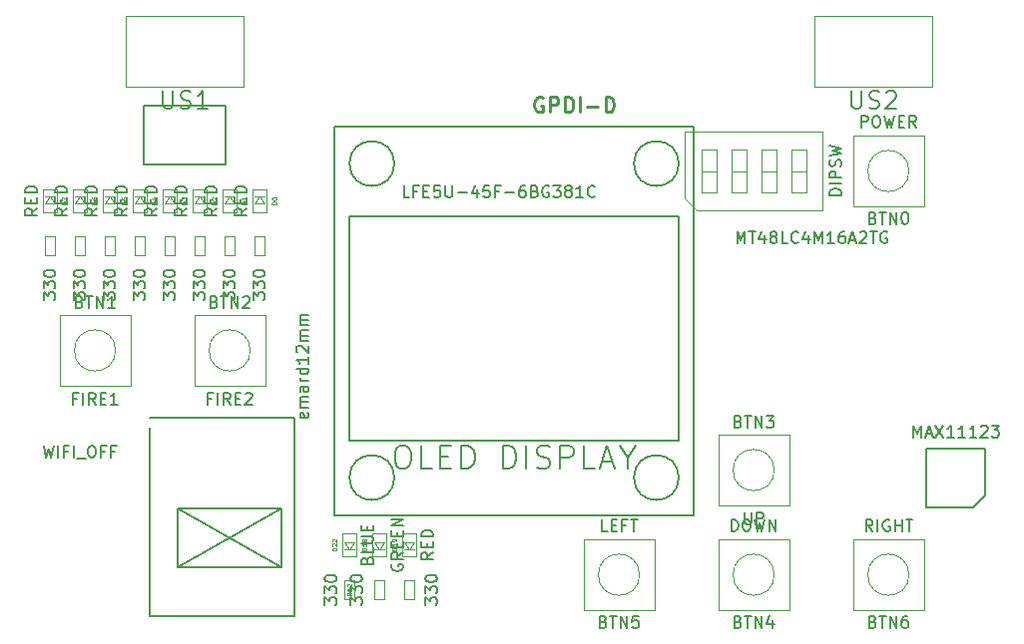
<source format=gbr>
G04 #@! TF.FileFunction,Other,Fab,Top*
%FSLAX46Y46*%
G04 Gerber Fmt 4.6, Leading zero omitted, Abs format (unit mm)*
G04 Created by KiCad (PCBNEW 4.0.7+dfsg1-1) date Wed Dec 13 13:03:02 2017*
%MOMM*%
%LPD*%
G01*
G04 APERTURE LIST*
%ADD10C,0.100000*%
%ADD11C,0.150000*%
%ADD12C,0.075000*%
%ADD13C,0.254000*%
G04 APERTURE END LIST*
D10*
X127990000Y-108880000D02*
X128790000Y-108880000D01*
X127990000Y-110480000D02*
X127990000Y-108880000D01*
X128790000Y-110480000D02*
X127990000Y-110480000D01*
X128790000Y-108880000D02*
X128790000Y-110480000D01*
X131330000Y-110480000D02*
X130530000Y-110480000D01*
X131330000Y-108880000D02*
X131330000Y-110480000D01*
X130530000Y-108880000D02*
X131330000Y-108880000D01*
X130530000Y-110480000D02*
X130530000Y-108880000D01*
X116880000Y-60925000D02*
X116880000Y-66925000D01*
X106880000Y-60925000D02*
X116880000Y-60925000D01*
X106880000Y-66925000D02*
X106880000Y-60925000D01*
X116880000Y-66925000D02*
X106880000Y-66925000D01*
X175300000Y-60925000D02*
X175300000Y-66925000D01*
X165300000Y-60925000D02*
X175300000Y-60925000D01*
X165300000Y-66925000D02*
X165300000Y-60925000D01*
X175300000Y-66925000D02*
X165300000Y-66925000D01*
X118630000Y-81270000D02*
X117830000Y-81270000D01*
X118630000Y-79670000D02*
X118630000Y-81270000D01*
X117830000Y-79670000D02*
X118630000Y-79670000D01*
X117830000Y-81270000D02*
X117830000Y-79670000D01*
X116090000Y-81270000D02*
X115290000Y-81270000D01*
X116090000Y-79670000D02*
X116090000Y-81270000D01*
X115290000Y-79670000D02*
X116090000Y-79670000D01*
X115290000Y-81270000D02*
X115290000Y-79670000D01*
X113550000Y-81270000D02*
X112750000Y-81270000D01*
X113550000Y-79670000D02*
X113550000Y-81270000D01*
X112750000Y-79670000D02*
X113550000Y-79670000D01*
X112750000Y-81270000D02*
X112750000Y-79670000D01*
X111010000Y-81270000D02*
X110210000Y-81270000D01*
X111010000Y-79670000D02*
X111010000Y-81270000D01*
X110210000Y-79670000D02*
X111010000Y-79670000D01*
X110210000Y-81270000D02*
X110210000Y-79670000D01*
X108470000Y-81270000D02*
X107670000Y-81270000D01*
X108470000Y-79670000D02*
X108470000Y-81270000D01*
X107670000Y-79670000D02*
X108470000Y-79670000D01*
X107670000Y-81270000D02*
X107670000Y-79670000D01*
X105930000Y-81270000D02*
X105130000Y-81270000D01*
X105930000Y-79670000D02*
X105930000Y-81270000D01*
X105130000Y-79670000D02*
X105930000Y-79670000D01*
X105130000Y-81270000D02*
X105130000Y-79670000D01*
X103390000Y-81270000D02*
X102590000Y-81270000D01*
X103390000Y-79670000D02*
X103390000Y-81270000D01*
X102590000Y-79670000D02*
X103390000Y-79670000D01*
X102590000Y-81270000D02*
X102590000Y-79670000D01*
X100850000Y-81270000D02*
X100050000Y-81270000D01*
X100850000Y-79670000D02*
X100850000Y-81270000D01*
X100050000Y-79670000D02*
X100850000Y-79670000D01*
X100050000Y-81270000D02*
X100050000Y-79670000D01*
D11*
X178785000Y-102655000D02*
X174785000Y-102655000D01*
X174785000Y-102655000D02*
X174785000Y-97655000D01*
X174785000Y-97655000D02*
X179785000Y-97655000D01*
X179785000Y-97655000D02*
X179785000Y-101655000D01*
X179785000Y-101655000D02*
X178785000Y-102655000D01*
X153790000Y-73485000D02*
G75*
G03X153790000Y-73485000I-1905000J0D01*
G01*
X129660000Y-73485000D02*
G75*
G03X129660000Y-73485000I-1905000J0D01*
G01*
X129660000Y-100155000D02*
G75*
G03X129660000Y-100155000I-1905000J0D01*
G01*
X153790000Y-100155000D02*
G75*
G03X153790000Y-100155000I-1905000J0D01*
G01*
X153790000Y-77930000D02*
X153790000Y-96980000D01*
X125850000Y-77930000D02*
X153790000Y-77930000D01*
X125850000Y-96980000D02*
X125850000Y-77930000D01*
X153790000Y-96980000D02*
X125850000Y-96980000D01*
X155060000Y-70310000D02*
X155060000Y-103330000D01*
X124580000Y-70310000D02*
X155060000Y-70310000D01*
X124580000Y-103330000D02*
X124580000Y-70310000D01*
X155060000Y-103330000D02*
X124580000Y-103330000D01*
D10*
X174570000Y-77120000D02*
X174570000Y-71120000D01*
X174570000Y-71120000D02*
X168570000Y-71120000D01*
X168570000Y-71120000D02*
X168570000Y-77120000D01*
X168570000Y-77120000D02*
X174570000Y-77120000D01*
X173320714Y-74120000D02*
G75*
G03X173320714Y-74120000I-1750714J0D01*
G01*
X101260000Y-86360000D02*
X101260000Y-92360000D01*
X101260000Y-92360000D02*
X107260000Y-92360000D01*
X107260000Y-92360000D02*
X107260000Y-86360000D01*
X107260000Y-86360000D02*
X101260000Y-86360000D01*
X106010714Y-89360000D02*
G75*
G03X106010714Y-89360000I-1750714J0D01*
G01*
X112690000Y-86360000D02*
X112690000Y-92360000D01*
X112690000Y-92360000D02*
X118690000Y-92360000D01*
X118690000Y-92360000D02*
X118690000Y-86360000D01*
X118690000Y-86360000D02*
X112690000Y-86360000D01*
X117440714Y-89360000D02*
G75*
G03X117440714Y-89360000I-1750714J0D01*
G01*
X157140000Y-96520000D02*
X157140000Y-102520000D01*
X157140000Y-102520000D02*
X163140000Y-102520000D01*
X163140000Y-102520000D02*
X163140000Y-96520000D01*
X163140000Y-96520000D02*
X157140000Y-96520000D01*
X161890714Y-99520000D02*
G75*
G03X161890714Y-99520000I-1750714J0D01*
G01*
X163140000Y-111410000D02*
X163140000Y-105410000D01*
X163140000Y-105410000D02*
X157140000Y-105410000D01*
X157140000Y-105410000D02*
X157140000Y-111410000D01*
X157140000Y-111410000D02*
X163140000Y-111410000D01*
X161890714Y-108410000D02*
G75*
G03X161890714Y-108410000I-1750714J0D01*
G01*
X151710000Y-111410000D02*
X151710000Y-105410000D01*
X151710000Y-105410000D02*
X145710000Y-105410000D01*
X145710000Y-105410000D02*
X145710000Y-111410000D01*
X145710000Y-111410000D02*
X151710000Y-111410000D01*
X150460714Y-108410000D02*
G75*
G03X150460714Y-108410000I-1750714J0D01*
G01*
X174570000Y-111410000D02*
X174570000Y-105410000D01*
X174570000Y-105410000D02*
X168570000Y-105410000D01*
X168570000Y-105410000D02*
X168570000Y-111410000D01*
X168570000Y-111410000D02*
X174570000Y-111410000D01*
X173320714Y-108410000D02*
G75*
G03X173320714Y-108410000I-1750714J0D01*
G01*
X154280000Y-76460000D02*
X154280000Y-70780000D01*
X154280000Y-70780000D02*
X166000000Y-70780000D01*
X166000000Y-70780000D02*
X166000000Y-77460000D01*
X166000000Y-77460000D02*
X155280000Y-77460000D01*
X155280000Y-77460000D02*
X154280000Y-76460000D01*
X155695000Y-75930000D02*
X156965000Y-75930000D01*
X156965000Y-75930000D02*
X156965000Y-72310000D01*
X156965000Y-72310000D02*
X155695000Y-72310000D01*
X155695000Y-72310000D02*
X155695000Y-75930000D01*
X155695000Y-74120000D02*
X156965000Y-74120000D01*
X158235000Y-75930000D02*
X159505000Y-75930000D01*
X159505000Y-75930000D02*
X159505000Y-72310000D01*
X159505000Y-72310000D02*
X158235000Y-72310000D01*
X158235000Y-72310000D02*
X158235000Y-75930000D01*
X158235000Y-74120000D02*
X159505000Y-74120000D01*
X160775000Y-75930000D02*
X162045000Y-75930000D01*
X162045000Y-75930000D02*
X162045000Y-72310000D01*
X162045000Y-72310000D02*
X160775000Y-72310000D01*
X160775000Y-72310000D02*
X160775000Y-75930000D01*
X160775000Y-74120000D02*
X162045000Y-74120000D01*
X163315000Y-75930000D02*
X164585000Y-75930000D01*
X164585000Y-75930000D02*
X164585000Y-72310000D01*
X164585000Y-72310000D02*
X163315000Y-72310000D01*
X163315000Y-72310000D02*
X163315000Y-75930000D01*
X163315000Y-74120000D02*
X164585000Y-74120000D01*
X125450000Y-106270000D02*
X126250000Y-106270000D01*
X125850000Y-106270000D02*
X125450000Y-105670000D01*
X126250000Y-105670000D02*
X125850000Y-106270000D01*
X125450000Y-105670000D02*
X126250000Y-105670000D01*
X126450000Y-104870000D02*
X126450000Y-106870000D01*
X125250000Y-104870000D02*
X126450000Y-104870000D01*
X125250000Y-106870000D02*
X125250000Y-104870000D01*
X126450000Y-106870000D02*
X125250000Y-106870000D01*
X125450000Y-108880000D02*
X126250000Y-108880000D01*
X125450000Y-110480000D02*
X125450000Y-108880000D01*
X126250000Y-110480000D02*
X125450000Y-110480000D01*
X126250000Y-108880000D02*
X126250000Y-110480000D01*
X127990000Y-106270000D02*
X128790000Y-106270000D01*
X128390000Y-106270000D02*
X127990000Y-105670000D01*
X128790000Y-105670000D02*
X128390000Y-106270000D01*
X127990000Y-105670000D02*
X128790000Y-105670000D01*
X128990000Y-104870000D02*
X128990000Y-106870000D01*
X127790000Y-104870000D02*
X128990000Y-104870000D01*
X127790000Y-106870000D02*
X127790000Y-104870000D01*
X128990000Y-106870000D02*
X127790000Y-106870000D01*
X118630000Y-76260000D02*
X117830000Y-76260000D01*
X118230000Y-76260000D02*
X118630000Y-76860000D01*
X117830000Y-76860000D02*
X118230000Y-76260000D01*
X118630000Y-76860000D02*
X117830000Y-76860000D01*
X117630000Y-77660000D02*
X117630000Y-75660000D01*
X118830000Y-77660000D02*
X117630000Y-77660000D01*
X118830000Y-75660000D02*
X118830000Y-77660000D01*
X117630000Y-75660000D02*
X118830000Y-75660000D01*
X116090000Y-76260000D02*
X115290000Y-76260000D01*
X115690000Y-76260000D02*
X116090000Y-76860000D01*
X115290000Y-76860000D02*
X115690000Y-76260000D01*
X116090000Y-76860000D02*
X115290000Y-76860000D01*
X115090000Y-77660000D02*
X115090000Y-75660000D01*
X116290000Y-77660000D02*
X115090000Y-77660000D01*
X116290000Y-75660000D02*
X116290000Y-77660000D01*
X115090000Y-75660000D02*
X116290000Y-75660000D01*
X113550000Y-76260000D02*
X112750000Y-76260000D01*
X113150000Y-76260000D02*
X113550000Y-76860000D01*
X112750000Y-76860000D02*
X113150000Y-76260000D01*
X113550000Y-76860000D02*
X112750000Y-76860000D01*
X112550000Y-77660000D02*
X112550000Y-75660000D01*
X113750000Y-77660000D02*
X112550000Y-77660000D01*
X113750000Y-75660000D02*
X113750000Y-77660000D01*
X112550000Y-75660000D02*
X113750000Y-75660000D01*
X111010000Y-76260000D02*
X110210000Y-76260000D01*
X110610000Y-76260000D02*
X111010000Y-76860000D01*
X110210000Y-76860000D02*
X110610000Y-76260000D01*
X111010000Y-76860000D02*
X110210000Y-76860000D01*
X110010000Y-77660000D02*
X110010000Y-75660000D01*
X111210000Y-77660000D02*
X110010000Y-77660000D01*
X111210000Y-75660000D02*
X111210000Y-77660000D01*
X110010000Y-75660000D02*
X111210000Y-75660000D01*
X108470000Y-76260000D02*
X107670000Y-76260000D01*
X108070000Y-76260000D02*
X108470000Y-76860000D01*
X107670000Y-76860000D02*
X108070000Y-76260000D01*
X108470000Y-76860000D02*
X107670000Y-76860000D01*
X107470000Y-77660000D02*
X107470000Y-75660000D01*
X108670000Y-77660000D02*
X107470000Y-77660000D01*
X108670000Y-75660000D02*
X108670000Y-77660000D01*
X107470000Y-75660000D02*
X108670000Y-75660000D01*
X105930000Y-76260000D02*
X105130000Y-76260000D01*
X105530000Y-76260000D02*
X105930000Y-76860000D01*
X105130000Y-76860000D02*
X105530000Y-76260000D01*
X105930000Y-76860000D02*
X105130000Y-76860000D01*
X104930000Y-77660000D02*
X104930000Y-75660000D01*
X106130000Y-77660000D02*
X104930000Y-77660000D01*
X106130000Y-75660000D02*
X106130000Y-77660000D01*
X104930000Y-75660000D02*
X106130000Y-75660000D01*
X103390000Y-76260000D02*
X102590000Y-76260000D01*
X102990000Y-76260000D02*
X103390000Y-76860000D01*
X102590000Y-76860000D02*
X102990000Y-76260000D01*
X103390000Y-76860000D02*
X102590000Y-76860000D01*
X102390000Y-77660000D02*
X102390000Y-75660000D01*
X103590000Y-77660000D02*
X102390000Y-77660000D01*
X103590000Y-75660000D02*
X103590000Y-77660000D01*
X102390000Y-75660000D02*
X103590000Y-75660000D01*
X100850000Y-76260000D02*
X100050000Y-76260000D01*
X100450000Y-76260000D02*
X100850000Y-76860000D01*
X100050000Y-76860000D02*
X100450000Y-76260000D01*
X100850000Y-76860000D02*
X100050000Y-76860000D01*
X99850000Y-77660000D02*
X99850000Y-75660000D01*
X101050000Y-77660000D02*
X99850000Y-77660000D01*
X101050000Y-75660000D02*
X101050000Y-77660000D01*
X99850000Y-75660000D02*
X101050000Y-75660000D01*
X130530000Y-106270000D02*
X131330000Y-106270000D01*
X130930000Y-106270000D02*
X130530000Y-105670000D01*
X131330000Y-105670000D02*
X130930000Y-106270000D01*
X130530000Y-105670000D02*
X131330000Y-105670000D01*
X131530000Y-104870000D02*
X131530000Y-106870000D01*
X130330000Y-104870000D02*
X131530000Y-104870000D01*
X130330000Y-106870000D02*
X130330000Y-104870000D01*
X131530000Y-106870000D02*
X130330000Y-106870000D01*
D11*
X120050000Y-102800000D02*
X111250000Y-107750000D01*
X120050000Y-107750000D02*
X111250000Y-102800000D01*
X120050000Y-102800000D02*
X120050000Y-107750000D01*
X111250000Y-102800000D02*
X111250000Y-107750000D01*
X111250000Y-107750000D02*
X120050000Y-107750000D01*
X120050000Y-102800000D02*
X111250000Y-102800000D01*
X121200000Y-95100000D02*
X108900000Y-95100000D01*
X121200000Y-111900000D02*
X121200000Y-95100000D01*
X108900000Y-111900000D02*
X121200000Y-111900000D01*
X108900000Y-95950000D02*
X108900000Y-111900000D01*
X115380000Y-68572000D02*
X115380000Y-73572000D01*
X108380000Y-68572000D02*
X115380000Y-68572000D01*
X108380000Y-73572000D02*
X108380000Y-68572000D01*
X115380000Y-73572000D02*
X108380000Y-73572000D01*
X99894762Y-97448381D02*
X100132857Y-98448381D01*
X100323334Y-97734095D01*
X100513810Y-98448381D01*
X100751905Y-97448381D01*
X101132857Y-98448381D02*
X101132857Y-97448381D01*
X101942381Y-97924571D02*
X101609047Y-97924571D01*
X101609047Y-98448381D02*
X101609047Y-97448381D01*
X102085238Y-97448381D01*
X102466190Y-98448381D02*
X102466190Y-97448381D01*
X102704285Y-98543619D02*
X103466190Y-98543619D01*
X103894761Y-97448381D02*
X104085238Y-97448381D01*
X104180476Y-97496000D01*
X104275714Y-97591238D01*
X104323333Y-97781714D01*
X104323333Y-98115048D01*
X104275714Y-98305524D01*
X104180476Y-98400762D01*
X104085238Y-98448381D01*
X103894761Y-98448381D01*
X103799523Y-98400762D01*
X103704285Y-98305524D01*
X103656666Y-98115048D01*
X103656666Y-97781714D01*
X103704285Y-97591238D01*
X103799523Y-97496000D01*
X103894761Y-97448381D01*
X105085238Y-97924571D02*
X104751904Y-97924571D01*
X104751904Y-98448381D02*
X104751904Y-97448381D01*
X105228095Y-97448381D01*
X105942381Y-97924571D02*
X105609047Y-97924571D01*
X105609047Y-98448381D02*
X105609047Y-97448381D01*
X106085238Y-97448381D01*
X125942381Y-110965714D02*
X125942381Y-110346666D01*
X126323333Y-110680000D01*
X126323333Y-110537142D01*
X126370952Y-110441904D01*
X126418571Y-110394285D01*
X126513810Y-110346666D01*
X126751905Y-110346666D01*
X126847143Y-110394285D01*
X126894762Y-110441904D01*
X126942381Y-110537142D01*
X126942381Y-110822857D01*
X126894762Y-110918095D01*
X126847143Y-110965714D01*
X125942381Y-110013333D02*
X125942381Y-109394285D01*
X126323333Y-109727619D01*
X126323333Y-109584761D01*
X126370952Y-109489523D01*
X126418571Y-109441904D01*
X126513810Y-109394285D01*
X126751905Y-109394285D01*
X126847143Y-109441904D01*
X126894762Y-109489523D01*
X126942381Y-109584761D01*
X126942381Y-109870476D01*
X126894762Y-109965714D01*
X126847143Y-110013333D01*
X125942381Y-108775238D02*
X125942381Y-108679999D01*
X125990000Y-108584761D01*
X126037619Y-108537142D01*
X126132857Y-108489523D01*
X126323333Y-108441904D01*
X126561429Y-108441904D01*
X126751905Y-108489523D01*
X126847143Y-108537142D01*
X126894762Y-108584761D01*
X126942381Y-108679999D01*
X126942381Y-108775238D01*
X126894762Y-108870476D01*
X126847143Y-108918095D01*
X126751905Y-108965714D01*
X126561429Y-109013333D01*
X126323333Y-109013333D01*
X126132857Y-108965714D01*
X126037619Y-108918095D01*
X125990000Y-108870476D01*
X125942381Y-108775238D01*
X132282381Y-110965714D02*
X132282381Y-110346666D01*
X132663333Y-110680000D01*
X132663333Y-110537142D01*
X132710952Y-110441904D01*
X132758571Y-110394285D01*
X132853810Y-110346666D01*
X133091905Y-110346666D01*
X133187143Y-110394285D01*
X133234762Y-110441904D01*
X133282381Y-110537142D01*
X133282381Y-110822857D01*
X133234762Y-110918095D01*
X133187143Y-110965714D01*
X132282381Y-110013333D02*
X132282381Y-109394285D01*
X132663333Y-109727619D01*
X132663333Y-109584761D01*
X132710952Y-109489523D01*
X132758571Y-109441904D01*
X132853810Y-109394285D01*
X133091905Y-109394285D01*
X133187143Y-109441904D01*
X133234762Y-109489523D01*
X133282381Y-109584761D01*
X133282381Y-109870476D01*
X133234762Y-109965714D01*
X133187143Y-110013333D01*
X132282381Y-108775238D02*
X132282381Y-108679999D01*
X132330000Y-108584761D01*
X132377619Y-108537142D01*
X132472857Y-108489523D01*
X132663333Y-108441904D01*
X132901429Y-108441904D01*
X133091905Y-108489523D01*
X133187143Y-108537142D01*
X133234762Y-108584761D01*
X133282381Y-108679999D01*
X133282381Y-108775238D01*
X133234762Y-108870476D01*
X133187143Y-108918095D01*
X133091905Y-108965714D01*
X132901429Y-109013333D01*
X132663333Y-109013333D01*
X132472857Y-108965714D01*
X132377619Y-108918095D01*
X132330000Y-108870476D01*
X132282381Y-108775238D01*
X110022858Y-67329571D02*
X110022858Y-68543857D01*
X110094286Y-68686714D01*
X110165715Y-68758143D01*
X110308572Y-68829571D01*
X110594286Y-68829571D01*
X110737144Y-68758143D01*
X110808572Y-68686714D01*
X110880001Y-68543857D01*
X110880001Y-67329571D01*
X111522858Y-68758143D02*
X111737144Y-68829571D01*
X112094287Y-68829571D01*
X112237144Y-68758143D01*
X112308573Y-68686714D01*
X112380001Y-68543857D01*
X112380001Y-68401000D01*
X112308573Y-68258143D01*
X112237144Y-68186714D01*
X112094287Y-68115286D01*
X111808573Y-68043857D01*
X111665715Y-67972429D01*
X111594287Y-67901000D01*
X111522858Y-67758143D01*
X111522858Y-67615286D01*
X111594287Y-67472429D01*
X111665715Y-67401000D01*
X111808573Y-67329571D01*
X112165715Y-67329571D01*
X112380001Y-67401000D01*
X113808572Y-68829571D02*
X112951429Y-68829571D01*
X113380001Y-68829571D02*
X113380001Y-67329571D01*
X113237144Y-67543857D01*
X113094286Y-67686714D01*
X112951429Y-67758143D01*
X168442858Y-67329571D02*
X168442858Y-68543857D01*
X168514286Y-68686714D01*
X168585715Y-68758143D01*
X168728572Y-68829571D01*
X169014286Y-68829571D01*
X169157144Y-68758143D01*
X169228572Y-68686714D01*
X169300001Y-68543857D01*
X169300001Y-67329571D01*
X169942858Y-68758143D02*
X170157144Y-68829571D01*
X170514287Y-68829571D01*
X170657144Y-68758143D01*
X170728573Y-68686714D01*
X170800001Y-68543857D01*
X170800001Y-68401000D01*
X170728573Y-68258143D01*
X170657144Y-68186714D01*
X170514287Y-68115286D01*
X170228573Y-68043857D01*
X170085715Y-67972429D01*
X170014287Y-67901000D01*
X169942858Y-67758143D01*
X169942858Y-67615286D01*
X170014287Y-67472429D01*
X170085715Y-67401000D01*
X170228573Y-67329571D01*
X170585715Y-67329571D01*
X170800001Y-67401000D01*
X171371429Y-67472429D02*
X171442858Y-67401000D01*
X171585715Y-67329571D01*
X171942858Y-67329571D01*
X172085715Y-67401000D01*
X172157144Y-67472429D01*
X172228572Y-67615286D01*
X172228572Y-67758143D01*
X172157144Y-67972429D01*
X171300001Y-68829571D01*
X172228572Y-68829571D01*
X117682381Y-85057714D02*
X117682381Y-84438666D01*
X118063333Y-84772000D01*
X118063333Y-84629142D01*
X118110952Y-84533904D01*
X118158571Y-84486285D01*
X118253810Y-84438666D01*
X118491905Y-84438666D01*
X118587143Y-84486285D01*
X118634762Y-84533904D01*
X118682381Y-84629142D01*
X118682381Y-84914857D01*
X118634762Y-85010095D01*
X118587143Y-85057714D01*
X117682381Y-84105333D02*
X117682381Y-83486285D01*
X118063333Y-83819619D01*
X118063333Y-83676761D01*
X118110952Y-83581523D01*
X118158571Y-83533904D01*
X118253810Y-83486285D01*
X118491905Y-83486285D01*
X118587143Y-83533904D01*
X118634762Y-83581523D01*
X118682381Y-83676761D01*
X118682381Y-83962476D01*
X118634762Y-84057714D01*
X118587143Y-84105333D01*
X117682381Y-82867238D02*
X117682381Y-82771999D01*
X117730000Y-82676761D01*
X117777619Y-82629142D01*
X117872857Y-82581523D01*
X118063333Y-82533904D01*
X118301429Y-82533904D01*
X118491905Y-82581523D01*
X118587143Y-82629142D01*
X118634762Y-82676761D01*
X118682381Y-82771999D01*
X118682381Y-82867238D01*
X118634762Y-82962476D01*
X118587143Y-83010095D01*
X118491905Y-83057714D01*
X118301429Y-83105333D01*
X118063333Y-83105333D01*
X117872857Y-83057714D01*
X117777619Y-83010095D01*
X117730000Y-82962476D01*
X117682381Y-82867238D01*
X115142381Y-85057714D02*
X115142381Y-84438666D01*
X115523333Y-84772000D01*
X115523333Y-84629142D01*
X115570952Y-84533904D01*
X115618571Y-84486285D01*
X115713810Y-84438666D01*
X115951905Y-84438666D01*
X116047143Y-84486285D01*
X116094762Y-84533904D01*
X116142381Y-84629142D01*
X116142381Y-84914857D01*
X116094762Y-85010095D01*
X116047143Y-85057714D01*
X115142381Y-84105333D02*
X115142381Y-83486285D01*
X115523333Y-83819619D01*
X115523333Y-83676761D01*
X115570952Y-83581523D01*
X115618571Y-83533904D01*
X115713810Y-83486285D01*
X115951905Y-83486285D01*
X116047143Y-83533904D01*
X116094762Y-83581523D01*
X116142381Y-83676761D01*
X116142381Y-83962476D01*
X116094762Y-84057714D01*
X116047143Y-84105333D01*
X115142381Y-82867238D02*
X115142381Y-82771999D01*
X115190000Y-82676761D01*
X115237619Y-82629142D01*
X115332857Y-82581523D01*
X115523333Y-82533904D01*
X115761429Y-82533904D01*
X115951905Y-82581523D01*
X116047143Y-82629142D01*
X116094762Y-82676761D01*
X116142381Y-82771999D01*
X116142381Y-82867238D01*
X116094762Y-82962476D01*
X116047143Y-83010095D01*
X115951905Y-83057714D01*
X115761429Y-83105333D01*
X115523333Y-83105333D01*
X115332857Y-83057714D01*
X115237619Y-83010095D01*
X115190000Y-82962476D01*
X115142381Y-82867238D01*
X112602381Y-85057714D02*
X112602381Y-84438666D01*
X112983333Y-84772000D01*
X112983333Y-84629142D01*
X113030952Y-84533904D01*
X113078571Y-84486285D01*
X113173810Y-84438666D01*
X113411905Y-84438666D01*
X113507143Y-84486285D01*
X113554762Y-84533904D01*
X113602381Y-84629142D01*
X113602381Y-84914857D01*
X113554762Y-85010095D01*
X113507143Y-85057714D01*
X112602381Y-84105333D02*
X112602381Y-83486285D01*
X112983333Y-83819619D01*
X112983333Y-83676761D01*
X113030952Y-83581523D01*
X113078571Y-83533904D01*
X113173810Y-83486285D01*
X113411905Y-83486285D01*
X113507143Y-83533904D01*
X113554762Y-83581523D01*
X113602381Y-83676761D01*
X113602381Y-83962476D01*
X113554762Y-84057714D01*
X113507143Y-84105333D01*
X112602381Y-82867238D02*
X112602381Y-82771999D01*
X112650000Y-82676761D01*
X112697619Y-82629142D01*
X112792857Y-82581523D01*
X112983333Y-82533904D01*
X113221429Y-82533904D01*
X113411905Y-82581523D01*
X113507143Y-82629142D01*
X113554762Y-82676761D01*
X113602381Y-82771999D01*
X113602381Y-82867238D01*
X113554762Y-82962476D01*
X113507143Y-83010095D01*
X113411905Y-83057714D01*
X113221429Y-83105333D01*
X112983333Y-83105333D01*
X112792857Y-83057714D01*
X112697619Y-83010095D01*
X112650000Y-82962476D01*
X112602381Y-82867238D01*
X110062381Y-85057714D02*
X110062381Y-84438666D01*
X110443333Y-84772000D01*
X110443333Y-84629142D01*
X110490952Y-84533904D01*
X110538571Y-84486285D01*
X110633810Y-84438666D01*
X110871905Y-84438666D01*
X110967143Y-84486285D01*
X111014762Y-84533904D01*
X111062381Y-84629142D01*
X111062381Y-84914857D01*
X111014762Y-85010095D01*
X110967143Y-85057714D01*
X110062381Y-84105333D02*
X110062381Y-83486285D01*
X110443333Y-83819619D01*
X110443333Y-83676761D01*
X110490952Y-83581523D01*
X110538571Y-83533904D01*
X110633810Y-83486285D01*
X110871905Y-83486285D01*
X110967143Y-83533904D01*
X111014762Y-83581523D01*
X111062381Y-83676761D01*
X111062381Y-83962476D01*
X111014762Y-84057714D01*
X110967143Y-84105333D01*
X110062381Y-82867238D02*
X110062381Y-82771999D01*
X110110000Y-82676761D01*
X110157619Y-82629142D01*
X110252857Y-82581523D01*
X110443333Y-82533904D01*
X110681429Y-82533904D01*
X110871905Y-82581523D01*
X110967143Y-82629142D01*
X111014762Y-82676761D01*
X111062381Y-82771999D01*
X111062381Y-82867238D01*
X111014762Y-82962476D01*
X110967143Y-83010095D01*
X110871905Y-83057714D01*
X110681429Y-83105333D01*
X110443333Y-83105333D01*
X110252857Y-83057714D01*
X110157619Y-83010095D01*
X110110000Y-82962476D01*
X110062381Y-82867238D01*
X107522381Y-85057714D02*
X107522381Y-84438666D01*
X107903333Y-84772000D01*
X107903333Y-84629142D01*
X107950952Y-84533904D01*
X107998571Y-84486285D01*
X108093810Y-84438666D01*
X108331905Y-84438666D01*
X108427143Y-84486285D01*
X108474762Y-84533904D01*
X108522381Y-84629142D01*
X108522381Y-84914857D01*
X108474762Y-85010095D01*
X108427143Y-85057714D01*
X107522381Y-84105333D02*
X107522381Y-83486285D01*
X107903333Y-83819619D01*
X107903333Y-83676761D01*
X107950952Y-83581523D01*
X107998571Y-83533904D01*
X108093810Y-83486285D01*
X108331905Y-83486285D01*
X108427143Y-83533904D01*
X108474762Y-83581523D01*
X108522381Y-83676761D01*
X108522381Y-83962476D01*
X108474762Y-84057714D01*
X108427143Y-84105333D01*
X107522381Y-82867238D02*
X107522381Y-82771999D01*
X107570000Y-82676761D01*
X107617619Y-82629142D01*
X107712857Y-82581523D01*
X107903333Y-82533904D01*
X108141429Y-82533904D01*
X108331905Y-82581523D01*
X108427143Y-82629142D01*
X108474762Y-82676761D01*
X108522381Y-82771999D01*
X108522381Y-82867238D01*
X108474762Y-82962476D01*
X108427143Y-83010095D01*
X108331905Y-83057714D01*
X108141429Y-83105333D01*
X107903333Y-83105333D01*
X107712857Y-83057714D01*
X107617619Y-83010095D01*
X107570000Y-82962476D01*
X107522381Y-82867238D01*
X104982381Y-85057714D02*
X104982381Y-84438666D01*
X105363333Y-84772000D01*
X105363333Y-84629142D01*
X105410952Y-84533904D01*
X105458571Y-84486285D01*
X105553810Y-84438666D01*
X105791905Y-84438666D01*
X105887143Y-84486285D01*
X105934762Y-84533904D01*
X105982381Y-84629142D01*
X105982381Y-84914857D01*
X105934762Y-85010095D01*
X105887143Y-85057714D01*
X104982381Y-84105333D02*
X104982381Y-83486285D01*
X105363333Y-83819619D01*
X105363333Y-83676761D01*
X105410952Y-83581523D01*
X105458571Y-83533904D01*
X105553810Y-83486285D01*
X105791905Y-83486285D01*
X105887143Y-83533904D01*
X105934762Y-83581523D01*
X105982381Y-83676761D01*
X105982381Y-83962476D01*
X105934762Y-84057714D01*
X105887143Y-84105333D01*
X104982381Y-82867238D02*
X104982381Y-82771999D01*
X105030000Y-82676761D01*
X105077619Y-82629142D01*
X105172857Y-82581523D01*
X105363333Y-82533904D01*
X105601429Y-82533904D01*
X105791905Y-82581523D01*
X105887143Y-82629142D01*
X105934762Y-82676761D01*
X105982381Y-82771999D01*
X105982381Y-82867238D01*
X105934762Y-82962476D01*
X105887143Y-83010095D01*
X105791905Y-83057714D01*
X105601429Y-83105333D01*
X105363333Y-83105333D01*
X105172857Y-83057714D01*
X105077619Y-83010095D01*
X105030000Y-82962476D01*
X104982381Y-82867238D01*
X102442381Y-85057714D02*
X102442381Y-84438666D01*
X102823333Y-84772000D01*
X102823333Y-84629142D01*
X102870952Y-84533904D01*
X102918571Y-84486285D01*
X103013810Y-84438666D01*
X103251905Y-84438666D01*
X103347143Y-84486285D01*
X103394762Y-84533904D01*
X103442381Y-84629142D01*
X103442381Y-84914857D01*
X103394762Y-85010095D01*
X103347143Y-85057714D01*
X102442381Y-84105333D02*
X102442381Y-83486285D01*
X102823333Y-83819619D01*
X102823333Y-83676761D01*
X102870952Y-83581523D01*
X102918571Y-83533904D01*
X103013810Y-83486285D01*
X103251905Y-83486285D01*
X103347143Y-83533904D01*
X103394762Y-83581523D01*
X103442381Y-83676761D01*
X103442381Y-83962476D01*
X103394762Y-84057714D01*
X103347143Y-84105333D01*
X102442381Y-82867238D02*
X102442381Y-82771999D01*
X102490000Y-82676761D01*
X102537619Y-82629142D01*
X102632857Y-82581523D01*
X102823333Y-82533904D01*
X103061429Y-82533904D01*
X103251905Y-82581523D01*
X103347143Y-82629142D01*
X103394762Y-82676761D01*
X103442381Y-82771999D01*
X103442381Y-82867238D01*
X103394762Y-82962476D01*
X103347143Y-83010095D01*
X103251905Y-83057714D01*
X103061429Y-83105333D01*
X102823333Y-83105333D01*
X102632857Y-83057714D01*
X102537619Y-83010095D01*
X102490000Y-82962476D01*
X102442381Y-82867238D01*
X99902381Y-85057714D02*
X99902381Y-84438666D01*
X100283333Y-84772000D01*
X100283333Y-84629142D01*
X100330952Y-84533904D01*
X100378571Y-84486285D01*
X100473810Y-84438666D01*
X100711905Y-84438666D01*
X100807143Y-84486285D01*
X100854762Y-84533904D01*
X100902381Y-84629142D01*
X100902381Y-84914857D01*
X100854762Y-85010095D01*
X100807143Y-85057714D01*
X99902381Y-84105333D02*
X99902381Y-83486285D01*
X100283333Y-83819619D01*
X100283333Y-83676761D01*
X100330952Y-83581523D01*
X100378571Y-83533904D01*
X100473810Y-83486285D01*
X100711905Y-83486285D01*
X100807143Y-83533904D01*
X100854762Y-83581523D01*
X100902381Y-83676761D01*
X100902381Y-83962476D01*
X100854762Y-84057714D01*
X100807143Y-84105333D01*
X99902381Y-82867238D02*
X99902381Y-82771999D01*
X99950000Y-82676761D01*
X99997619Y-82629142D01*
X100092857Y-82581523D01*
X100283333Y-82533904D01*
X100521429Y-82533904D01*
X100711905Y-82581523D01*
X100807143Y-82629142D01*
X100854762Y-82676761D01*
X100902381Y-82771999D01*
X100902381Y-82867238D01*
X100854762Y-82962476D01*
X100807143Y-83010095D01*
X100711905Y-83057714D01*
X100521429Y-83105333D01*
X100283333Y-83105333D01*
X100092857Y-83057714D01*
X99997619Y-83010095D01*
X99950000Y-82962476D01*
X99902381Y-82867238D01*
X173665952Y-96732381D02*
X173665952Y-95732381D01*
X173999286Y-96446667D01*
X174332619Y-95732381D01*
X174332619Y-96732381D01*
X174761190Y-96446667D02*
X175237381Y-96446667D01*
X174665952Y-96732381D02*
X174999285Y-95732381D01*
X175332619Y-96732381D01*
X175570714Y-95732381D02*
X176237381Y-96732381D01*
X176237381Y-95732381D02*
X175570714Y-96732381D01*
X177142143Y-96732381D02*
X176570714Y-96732381D01*
X176856428Y-96732381D02*
X176856428Y-95732381D01*
X176761190Y-95875238D01*
X176665952Y-95970476D01*
X176570714Y-96018095D01*
X178094524Y-96732381D02*
X177523095Y-96732381D01*
X177808809Y-96732381D02*
X177808809Y-95732381D01*
X177713571Y-95875238D01*
X177618333Y-95970476D01*
X177523095Y-96018095D01*
X179046905Y-96732381D02*
X178475476Y-96732381D01*
X178761190Y-96732381D02*
X178761190Y-95732381D01*
X178665952Y-95875238D01*
X178570714Y-95970476D01*
X178475476Y-96018095D01*
X179427857Y-95827619D02*
X179475476Y-95780000D01*
X179570714Y-95732381D01*
X179808810Y-95732381D01*
X179904048Y-95780000D01*
X179951667Y-95827619D01*
X179999286Y-95922857D01*
X179999286Y-96018095D01*
X179951667Y-96160952D01*
X179380238Y-96732381D01*
X179999286Y-96732381D01*
X180332619Y-95732381D02*
X180951667Y-95732381D01*
X180618333Y-96113333D01*
X180761191Y-96113333D01*
X180856429Y-96160952D01*
X180904048Y-96208571D01*
X180951667Y-96303810D01*
X180951667Y-96541905D01*
X180904048Y-96637143D01*
X180856429Y-96684762D01*
X180761191Y-96732381D01*
X180475476Y-96732381D01*
X180380238Y-96684762D01*
X180332619Y-96637143D01*
X130200952Y-97408762D02*
X130581904Y-97408762D01*
X130772380Y-97504000D01*
X130962857Y-97694476D01*
X131058095Y-98075429D01*
X131058095Y-98742095D01*
X130962857Y-99123048D01*
X130772380Y-99313524D01*
X130581904Y-99408762D01*
X130200952Y-99408762D01*
X130010476Y-99313524D01*
X129819999Y-99123048D01*
X129724761Y-98742095D01*
X129724761Y-98075429D01*
X129819999Y-97694476D01*
X130010476Y-97504000D01*
X130200952Y-97408762D01*
X132867618Y-99408762D02*
X131915237Y-99408762D01*
X131915237Y-97408762D01*
X133534285Y-98361143D02*
X134200952Y-98361143D01*
X134486666Y-99408762D02*
X133534285Y-99408762D01*
X133534285Y-97408762D01*
X134486666Y-97408762D01*
X135343809Y-99408762D02*
X135343809Y-97408762D01*
X135820000Y-97408762D01*
X136105714Y-97504000D01*
X136296190Y-97694476D01*
X136391429Y-97884952D01*
X136486667Y-98265905D01*
X136486667Y-98551619D01*
X136391429Y-98932571D01*
X136296190Y-99123048D01*
X136105714Y-99313524D01*
X135820000Y-99408762D01*
X135343809Y-99408762D01*
X138867619Y-99408762D02*
X138867619Y-97408762D01*
X139343810Y-97408762D01*
X139629524Y-97504000D01*
X139820000Y-97694476D01*
X139915239Y-97884952D01*
X140010477Y-98265905D01*
X140010477Y-98551619D01*
X139915239Y-98932571D01*
X139820000Y-99123048D01*
X139629524Y-99313524D01*
X139343810Y-99408762D01*
X138867619Y-99408762D01*
X140867619Y-99408762D02*
X140867619Y-97408762D01*
X141724762Y-99313524D02*
X142010477Y-99408762D01*
X142486667Y-99408762D01*
X142677143Y-99313524D01*
X142772381Y-99218286D01*
X142867620Y-99027810D01*
X142867620Y-98837333D01*
X142772381Y-98646857D01*
X142677143Y-98551619D01*
X142486667Y-98456381D01*
X142105715Y-98361143D01*
X141915239Y-98265905D01*
X141820000Y-98170667D01*
X141724762Y-97980190D01*
X141724762Y-97789714D01*
X141820000Y-97599238D01*
X141915239Y-97504000D01*
X142105715Y-97408762D01*
X142581905Y-97408762D01*
X142867620Y-97504000D01*
X143724762Y-99408762D02*
X143724762Y-97408762D01*
X144486667Y-97408762D01*
X144677143Y-97504000D01*
X144772382Y-97599238D01*
X144867620Y-97789714D01*
X144867620Y-98075429D01*
X144772382Y-98265905D01*
X144677143Y-98361143D01*
X144486667Y-98456381D01*
X143724762Y-98456381D01*
X146677143Y-99408762D02*
X145724762Y-99408762D01*
X145724762Y-97408762D01*
X147248572Y-98837333D02*
X148200953Y-98837333D01*
X147058096Y-99408762D02*
X147724763Y-97408762D01*
X148391430Y-99408762D01*
X149439049Y-98456381D02*
X149439049Y-99408762D01*
X148772382Y-97408762D02*
X149439049Y-98456381D01*
X150105716Y-97408762D01*
X169260476Y-70422381D02*
X169260476Y-69422381D01*
X169641429Y-69422381D01*
X169736667Y-69470000D01*
X169784286Y-69517619D01*
X169831905Y-69612857D01*
X169831905Y-69755714D01*
X169784286Y-69850952D01*
X169736667Y-69898571D01*
X169641429Y-69946190D01*
X169260476Y-69946190D01*
X170450952Y-69422381D02*
X170641429Y-69422381D01*
X170736667Y-69470000D01*
X170831905Y-69565238D01*
X170879524Y-69755714D01*
X170879524Y-70089048D01*
X170831905Y-70279524D01*
X170736667Y-70374762D01*
X170641429Y-70422381D01*
X170450952Y-70422381D01*
X170355714Y-70374762D01*
X170260476Y-70279524D01*
X170212857Y-70089048D01*
X170212857Y-69755714D01*
X170260476Y-69565238D01*
X170355714Y-69470000D01*
X170450952Y-69422381D01*
X171212857Y-69422381D02*
X171450952Y-70422381D01*
X171641429Y-69708095D01*
X171831905Y-70422381D01*
X172070000Y-69422381D01*
X172450952Y-69898571D02*
X172784286Y-69898571D01*
X172927143Y-70422381D02*
X172450952Y-70422381D01*
X172450952Y-69422381D01*
X172927143Y-69422381D01*
X173927143Y-70422381D02*
X173593809Y-69946190D01*
X173355714Y-70422381D02*
X173355714Y-69422381D01*
X173736667Y-69422381D01*
X173831905Y-69470000D01*
X173879524Y-69517619D01*
X173927143Y-69612857D01*
X173927143Y-69755714D01*
X173879524Y-69850952D01*
X173831905Y-69898571D01*
X173736667Y-69946190D01*
X173355714Y-69946190D01*
X170260477Y-78098571D02*
X170403334Y-78146190D01*
X170450953Y-78193810D01*
X170498572Y-78289048D01*
X170498572Y-78431905D01*
X170450953Y-78527143D01*
X170403334Y-78574762D01*
X170308096Y-78622381D01*
X169927143Y-78622381D01*
X169927143Y-77622381D01*
X170260477Y-77622381D01*
X170355715Y-77670000D01*
X170403334Y-77717619D01*
X170450953Y-77812857D01*
X170450953Y-77908095D01*
X170403334Y-78003333D01*
X170355715Y-78050952D01*
X170260477Y-78098571D01*
X169927143Y-78098571D01*
X170784286Y-77622381D02*
X171355715Y-77622381D01*
X171070000Y-78622381D02*
X171070000Y-77622381D01*
X171689048Y-78622381D02*
X171689048Y-77622381D01*
X172260477Y-78622381D01*
X172260477Y-77622381D01*
X172927143Y-77622381D02*
X173022382Y-77622381D01*
X173117620Y-77670000D01*
X173165239Y-77717619D01*
X173212858Y-77812857D01*
X173260477Y-78003333D01*
X173260477Y-78241429D01*
X173212858Y-78431905D01*
X173165239Y-78527143D01*
X173117620Y-78574762D01*
X173022382Y-78622381D01*
X172927143Y-78622381D01*
X172831905Y-78574762D01*
X172784286Y-78527143D01*
X172736667Y-78431905D01*
X172689048Y-78241429D01*
X172689048Y-78003333D01*
X172736667Y-77812857D01*
X172784286Y-77717619D01*
X172831905Y-77670000D01*
X172927143Y-77622381D01*
X102736191Y-93438571D02*
X102402857Y-93438571D01*
X102402857Y-93962381D02*
X102402857Y-92962381D01*
X102879048Y-92962381D01*
X103260000Y-93962381D02*
X103260000Y-92962381D01*
X104307619Y-93962381D02*
X103974285Y-93486190D01*
X103736190Y-93962381D02*
X103736190Y-92962381D01*
X104117143Y-92962381D01*
X104212381Y-93010000D01*
X104260000Y-93057619D01*
X104307619Y-93152857D01*
X104307619Y-93295714D01*
X104260000Y-93390952D01*
X104212381Y-93438571D01*
X104117143Y-93486190D01*
X103736190Y-93486190D01*
X104736190Y-93438571D02*
X105069524Y-93438571D01*
X105212381Y-93962381D02*
X104736190Y-93962381D01*
X104736190Y-92962381D01*
X105212381Y-92962381D01*
X106164762Y-93962381D02*
X105593333Y-93962381D01*
X105879047Y-93962381D02*
X105879047Y-92962381D01*
X105783809Y-93105238D01*
X105688571Y-93200476D01*
X105593333Y-93248095D01*
X102950477Y-85238571D02*
X103093334Y-85286190D01*
X103140953Y-85333810D01*
X103188572Y-85429048D01*
X103188572Y-85571905D01*
X103140953Y-85667143D01*
X103093334Y-85714762D01*
X102998096Y-85762381D01*
X102617143Y-85762381D01*
X102617143Y-84762381D01*
X102950477Y-84762381D01*
X103045715Y-84810000D01*
X103093334Y-84857619D01*
X103140953Y-84952857D01*
X103140953Y-85048095D01*
X103093334Y-85143333D01*
X103045715Y-85190952D01*
X102950477Y-85238571D01*
X102617143Y-85238571D01*
X103474286Y-84762381D02*
X104045715Y-84762381D01*
X103760000Y-85762381D02*
X103760000Y-84762381D01*
X104379048Y-85762381D02*
X104379048Y-84762381D01*
X104950477Y-85762381D01*
X104950477Y-84762381D01*
X105950477Y-85762381D02*
X105379048Y-85762381D01*
X105664762Y-85762381D02*
X105664762Y-84762381D01*
X105569524Y-84905238D01*
X105474286Y-85000476D01*
X105379048Y-85048095D01*
X114166191Y-93438571D02*
X113832857Y-93438571D01*
X113832857Y-93962381D02*
X113832857Y-92962381D01*
X114309048Y-92962381D01*
X114690000Y-93962381D02*
X114690000Y-92962381D01*
X115737619Y-93962381D02*
X115404285Y-93486190D01*
X115166190Y-93962381D02*
X115166190Y-92962381D01*
X115547143Y-92962381D01*
X115642381Y-93010000D01*
X115690000Y-93057619D01*
X115737619Y-93152857D01*
X115737619Y-93295714D01*
X115690000Y-93390952D01*
X115642381Y-93438571D01*
X115547143Y-93486190D01*
X115166190Y-93486190D01*
X116166190Y-93438571D02*
X116499524Y-93438571D01*
X116642381Y-93962381D02*
X116166190Y-93962381D01*
X116166190Y-92962381D01*
X116642381Y-92962381D01*
X117023333Y-93057619D02*
X117070952Y-93010000D01*
X117166190Y-92962381D01*
X117404286Y-92962381D01*
X117499524Y-93010000D01*
X117547143Y-93057619D01*
X117594762Y-93152857D01*
X117594762Y-93248095D01*
X117547143Y-93390952D01*
X116975714Y-93962381D01*
X117594762Y-93962381D01*
X114380477Y-85238571D02*
X114523334Y-85286190D01*
X114570953Y-85333810D01*
X114618572Y-85429048D01*
X114618572Y-85571905D01*
X114570953Y-85667143D01*
X114523334Y-85714762D01*
X114428096Y-85762381D01*
X114047143Y-85762381D01*
X114047143Y-84762381D01*
X114380477Y-84762381D01*
X114475715Y-84810000D01*
X114523334Y-84857619D01*
X114570953Y-84952857D01*
X114570953Y-85048095D01*
X114523334Y-85143333D01*
X114475715Y-85190952D01*
X114380477Y-85238571D01*
X114047143Y-85238571D01*
X114904286Y-84762381D02*
X115475715Y-84762381D01*
X115190000Y-85762381D02*
X115190000Y-84762381D01*
X115809048Y-85762381D02*
X115809048Y-84762381D01*
X116380477Y-85762381D01*
X116380477Y-84762381D01*
X116809048Y-84857619D02*
X116856667Y-84810000D01*
X116951905Y-84762381D01*
X117190001Y-84762381D01*
X117285239Y-84810000D01*
X117332858Y-84857619D01*
X117380477Y-84952857D01*
X117380477Y-85048095D01*
X117332858Y-85190952D01*
X116761429Y-85762381D01*
X117380477Y-85762381D01*
X159354286Y-103122381D02*
X159354286Y-103931905D01*
X159401905Y-104027143D01*
X159449524Y-104074762D01*
X159544762Y-104122381D01*
X159735239Y-104122381D01*
X159830477Y-104074762D01*
X159878096Y-104027143D01*
X159925715Y-103931905D01*
X159925715Y-103122381D01*
X160401905Y-104122381D02*
X160401905Y-103122381D01*
X160782858Y-103122381D01*
X160878096Y-103170000D01*
X160925715Y-103217619D01*
X160973334Y-103312857D01*
X160973334Y-103455714D01*
X160925715Y-103550952D01*
X160878096Y-103598571D01*
X160782858Y-103646190D01*
X160401905Y-103646190D01*
X158830477Y-95398571D02*
X158973334Y-95446190D01*
X159020953Y-95493810D01*
X159068572Y-95589048D01*
X159068572Y-95731905D01*
X159020953Y-95827143D01*
X158973334Y-95874762D01*
X158878096Y-95922381D01*
X158497143Y-95922381D01*
X158497143Y-94922381D01*
X158830477Y-94922381D01*
X158925715Y-94970000D01*
X158973334Y-95017619D01*
X159020953Y-95112857D01*
X159020953Y-95208095D01*
X158973334Y-95303333D01*
X158925715Y-95350952D01*
X158830477Y-95398571D01*
X158497143Y-95398571D01*
X159354286Y-94922381D02*
X159925715Y-94922381D01*
X159640000Y-95922381D02*
X159640000Y-94922381D01*
X160259048Y-95922381D02*
X160259048Y-94922381D01*
X160830477Y-95922381D01*
X160830477Y-94922381D01*
X161211429Y-94922381D02*
X161830477Y-94922381D01*
X161497143Y-95303333D01*
X161640001Y-95303333D01*
X161735239Y-95350952D01*
X161782858Y-95398571D01*
X161830477Y-95493810D01*
X161830477Y-95731905D01*
X161782858Y-95827143D01*
X161735239Y-95874762D01*
X161640001Y-95922381D01*
X161354286Y-95922381D01*
X161259048Y-95874762D01*
X161211429Y-95827143D01*
X158259048Y-104712381D02*
X158259048Y-103712381D01*
X158497143Y-103712381D01*
X158640001Y-103760000D01*
X158735239Y-103855238D01*
X158782858Y-103950476D01*
X158830477Y-104140952D01*
X158830477Y-104283810D01*
X158782858Y-104474286D01*
X158735239Y-104569524D01*
X158640001Y-104664762D01*
X158497143Y-104712381D01*
X158259048Y-104712381D01*
X159449524Y-103712381D02*
X159640001Y-103712381D01*
X159735239Y-103760000D01*
X159830477Y-103855238D01*
X159878096Y-104045714D01*
X159878096Y-104379048D01*
X159830477Y-104569524D01*
X159735239Y-104664762D01*
X159640001Y-104712381D01*
X159449524Y-104712381D01*
X159354286Y-104664762D01*
X159259048Y-104569524D01*
X159211429Y-104379048D01*
X159211429Y-104045714D01*
X159259048Y-103855238D01*
X159354286Y-103760000D01*
X159449524Y-103712381D01*
X160211429Y-103712381D02*
X160449524Y-104712381D01*
X160640001Y-103998095D01*
X160830477Y-104712381D01*
X161068572Y-103712381D01*
X161449524Y-104712381D02*
X161449524Y-103712381D01*
X162020953Y-104712381D01*
X162020953Y-103712381D01*
X158830477Y-112388571D02*
X158973334Y-112436190D01*
X159020953Y-112483810D01*
X159068572Y-112579048D01*
X159068572Y-112721905D01*
X159020953Y-112817143D01*
X158973334Y-112864762D01*
X158878096Y-112912381D01*
X158497143Y-112912381D01*
X158497143Y-111912381D01*
X158830477Y-111912381D01*
X158925715Y-111960000D01*
X158973334Y-112007619D01*
X159020953Y-112102857D01*
X159020953Y-112198095D01*
X158973334Y-112293333D01*
X158925715Y-112340952D01*
X158830477Y-112388571D01*
X158497143Y-112388571D01*
X159354286Y-111912381D02*
X159925715Y-111912381D01*
X159640000Y-112912381D02*
X159640000Y-111912381D01*
X160259048Y-112912381D02*
X160259048Y-111912381D01*
X160830477Y-112912381D01*
X160830477Y-111912381D01*
X161735239Y-112245714D02*
X161735239Y-112912381D01*
X161497143Y-111864762D02*
X161259048Y-112579048D01*
X161878096Y-112579048D01*
X147757619Y-104712381D02*
X147281428Y-104712381D01*
X147281428Y-103712381D01*
X148090952Y-104188571D02*
X148424286Y-104188571D01*
X148567143Y-104712381D02*
X148090952Y-104712381D01*
X148090952Y-103712381D01*
X148567143Y-103712381D01*
X149329048Y-104188571D02*
X148995714Y-104188571D01*
X148995714Y-104712381D02*
X148995714Y-103712381D01*
X149471905Y-103712381D01*
X149710000Y-103712381D02*
X150281429Y-103712381D01*
X149995714Y-104712381D02*
X149995714Y-103712381D01*
X147400477Y-112388571D02*
X147543334Y-112436190D01*
X147590953Y-112483810D01*
X147638572Y-112579048D01*
X147638572Y-112721905D01*
X147590953Y-112817143D01*
X147543334Y-112864762D01*
X147448096Y-112912381D01*
X147067143Y-112912381D01*
X147067143Y-111912381D01*
X147400477Y-111912381D01*
X147495715Y-111960000D01*
X147543334Y-112007619D01*
X147590953Y-112102857D01*
X147590953Y-112198095D01*
X147543334Y-112293333D01*
X147495715Y-112340952D01*
X147400477Y-112388571D01*
X147067143Y-112388571D01*
X147924286Y-111912381D02*
X148495715Y-111912381D01*
X148210000Y-112912381D02*
X148210000Y-111912381D01*
X148829048Y-112912381D02*
X148829048Y-111912381D01*
X149400477Y-112912381D01*
X149400477Y-111912381D01*
X150352858Y-111912381D02*
X149876667Y-111912381D01*
X149829048Y-112388571D01*
X149876667Y-112340952D01*
X149971905Y-112293333D01*
X150210001Y-112293333D01*
X150305239Y-112340952D01*
X150352858Y-112388571D01*
X150400477Y-112483810D01*
X150400477Y-112721905D01*
X150352858Y-112817143D01*
X150305239Y-112864762D01*
X150210001Y-112912381D01*
X149971905Y-112912381D01*
X149876667Y-112864762D01*
X149829048Y-112817143D01*
X170236667Y-104712381D02*
X169903333Y-104236190D01*
X169665238Y-104712381D02*
X169665238Y-103712381D01*
X170046191Y-103712381D01*
X170141429Y-103760000D01*
X170189048Y-103807619D01*
X170236667Y-103902857D01*
X170236667Y-104045714D01*
X170189048Y-104140952D01*
X170141429Y-104188571D01*
X170046191Y-104236190D01*
X169665238Y-104236190D01*
X170665238Y-104712381D02*
X170665238Y-103712381D01*
X171665238Y-103760000D02*
X171570000Y-103712381D01*
X171427143Y-103712381D01*
X171284285Y-103760000D01*
X171189047Y-103855238D01*
X171141428Y-103950476D01*
X171093809Y-104140952D01*
X171093809Y-104283810D01*
X171141428Y-104474286D01*
X171189047Y-104569524D01*
X171284285Y-104664762D01*
X171427143Y-104712381D01*
X171522381Y-104712381D01*
X171665238Y-104664762D01*
X171712857Y-104617143D01*
X171712857Y-104283810D01*
X171522381Y-104283810D01*
X172141428Y-104712381D02*
X172141428Y-103712381D01*
X172141428Y-104188571D02*
X172712857Y-104188571D01*
X172712857Y-104712381D02*
X172712857Y-103712381D01*
X173046190Y-103712381D02*
X173617619Y-103712381D01*
X173331904Y-104712381D02*
X173331904Y-103712381D01*
X170260477Y-112388571D02*
X170403334Y-112436190D01*
X170450953Y-112483810D01*
X170498572Y-112579048D01*
X170498572Y-112721905D01*
X170450953Y-112817143D01*
X170403334Y-112864762D01*
X170308096Y-112912381D01*
X169927143Y-112912381D01*
X169927143Y-111912381D01*
X170260477Y-111912381D01*
X170355715Y-111960000D01*
X170403334Y-112007619D01*
X170450953Y-112102857D01*
X170450953Y-112198095D01*
X170403334Y-112293333D01*
X170355715Y-112340952D01*
X170260477Y-112388571D01*
X169927143Y-112388571D01*
X170784286Y-111912381D02*
X171355715Y-111912381D01*
X171070000Y-112912381D02*
X171070000Y-111912381D01*
X171689048Y-112912381D02*
X171689048Y-111912381D01*
X172260477Y-112912381D01*
X172260477Y-111912381D01*
X173165239Y-111912381D02*
X172974762Y-111912381D01*
X172879524Y-111960000D01*
X172831905Y-112007619D01*
X172736667Y-112150476D01*
X172689048Y-112340952D01*
X172689048Y-112721905D01*
X172736667Y-112817143D01*
X172784286Y-112864762D01*
X172879524Y-112912381D01*
X173070001Y-112912381D01*
X173165239Y-112864762D01*
X173212858Y-112817143D01*
X173260477Y-112721905D01*
X173260477Y-112483810D01*
X173212858Y-112388571D01*
X173165239Y-112340952D01*
X173070001Y-112293333D01*
X172879524Y-112293333D01*
X172784286Y-112340952D01*
X172736667Y-112388571D01*
X172689048Y-112483810D01*
X167572381Y-76167619D02*
X166572381Y-76167619D01*
X166572381Y-75929524D01*
X166620000Y-75786666D01*
X166715238Y-75691428D01*
X166810476Y-75643809D01*
X167000952Y-75596190D01*
X167143810Y-75596190D01*
X167334286Y-75643809D01*
X167429524Y-75691428D01*
X167524762Y-75786666D01*
X167572381Y-75929524D01*
X167572381Y-76167619D01*
X167572381Y-75167619D02*
X166572381Y-75167619D01*
X167572381Y-74691429D02*
X166572381Y-74691429D01*
X166572381Y-74310476D01*
X166620000Y-74215238D01*
X166667619Y-74167619D01*
X166762857Y-74120000D01*
X166905714Y-74120000D01*
X167000952Y-74167619D01*
X167048571Y-74215238D01*
X167096190Y-74310476D01*
X167096190Y-74691429D01*
X167524762Y-73739048D02*
X167572381Y-73596191D01*
X167572381Y-73358095D01*
X167524762Y-73262857D01*
X167477143Y-73215238D01*
X167381905Y-73167619D01*
X167286667Y-73167619D01*
X167191429Y-73215238D01*
X167143810Y-73262857D01*
X167096190Y-73358095D01*
X167048571Y-73548572D01*
X167000952Y-73643810D01*
X166953333Y-73691429D01*
X166858095Y-73739048D01*
X166762857Y-73739048D01*
X166667619Y-73691429D01*
X166620000Y-73643810D01*
X166572381Y-73548572D01*
X166572381Y-73310476D01*
X166620000Y-73167619D01*
X166572381Y-72834286D02*
X167572381Y-72596191D01*
X166858095Y-72405714D01*
X167572381Y-72215238D01*
X166572381Y-71977143D01*
X130954762Y-76350381D02*
X130478571Y-76350381D01*
X130478571Y-75350381D01*
X131621429Y-75826571D02*
X131288095Y-75826571D01*
X131288095Y-76350381D02*
X131288095Y-75350381D01*
X131764286Y-75350381D01*
X132145238Y-75826571D02*
X132478572Y-75826571D01*
X132621429Y-76350381D02*
X132145238Y-76350381D01*
X132145238Y-75350381D01*
X132621429Y-75350381D01*
X133526191Y-75350381D02*
X133050000Y-75350381D01*
X133002381Y-75826571D01*
X133050000Y-75778952D01*
X133145238Y-75731333D01*
X133383334Y-75731333D01*
X133478572Y-75778952D01*
X133526191Y-75826571D01*
X133573810Y-75921810D01*
X133573810Y-76159905D01*
X133526191Y-76255143D01*
X133478572Y-76302762D01*
X133383334Y-76350381D01*
X133145238Y-76350381D01*
X133050000Y-76302762D01*
X133002381Y-76255143D01*
X134002381Y-75350381D02*
X134002381Y-76159905D01*
X134050000Y-76255143D01*
X134097619Y-76302762D01*
X134192857Y-76350381D01*
X134383334Y-76350381D01*
X134478572Y-76302762D01*
X134526191Y-76255143D01*
X134573810Y-76159905D01*
X134573810Y-75350381D01*
X135050000Y-75969429D02*
X135811905Y-75969429D01*
X136716667Y-75683714D02*
X136716667Y-76350381D01*
X136478571Y-75302762D02*
X136240476Y-76017048D01*
X136859524Y-76017048D01*
X137716667Y-75350381D02*
X137240476Y-75350381D01*
X137192857Y-75826571D01*
X137240476Y-75778952D01*
X137335714Y-75731333D01*
X137573810Y-75731333D01*
X137669048Y-75778952D01*
X137716667Y-75826571D01*
X137764286Y-75921810D01*
X137764286Y-76159905D01*
X137716667Y-76255143D01*
X137669048Y-76302762D01*
X137573810Y-76350381D01*
X137335714Y-76350381D01*
X137240476Y-76302762D01*
X137192857Y-76255143D01*
X138526191Y-75826571D02*
X138192857Y-75826571D01*
X138192857Y-76350381D02*
X138192857Y-75350381D01*
X138669048Y-75350381D01*
X139050000Y-75969429D02*
X139811905Y-75969429D01*
X140716667Y-75350381D02*
X140526190Y-75350381D01*
X140430952Y-75398000D01*
X140383333Y-75445619D01*
X140288095Y-75588476D01*
X140240476Y-75778952D01*
X140240476Y-76159905D01*
X140288095Y-76255143D01*
X140335714Y-76302762D01*
X140430952Y-76350381D01*
X140621429Y-76350381D01*
X140716667Y-76302762D01*
X140764286Y-76255143D01*
X140811905Y-76159905D01*
X140811905Y-75921810D01*
X140764286Y-75826571D01*
X140716667Y-75778952D01*
X140621429Y-75731333D01*
X140430952Y-75731333D01*
X140335714Y-75778952D01*
X140288095Y-75826571D01*
X140240476Y-75921810D01*
X141573810Y-75826571D02*
X141716667Y-75874190D01*
X141764286Y-75921810D01*
X141811905Y-76017048D01*
X141811905Y-76159905D01*
X141764286Y-76255143D01*
X141716667Y-76302762D01*
X141621429Y-76350381D01*
X141240476Y-76350381D01*
X141240476Y-75350381D01*
X141573810Y-75350381D01*
X141669048Y-75398000D01*
X141716667Y-75445619D01*
X141764286Y-75540857D01*
X141764286Y-75636095D01*
X141716667Y-75731333D01*
X141669048Y-75778952D01*
X141573810Y-75826571D01*
X141240476Y-75826571D01*
X142764286Y-75398000D02*
X142669048Y-75350381D01*
X142526191Y-75350381D01*
X142383333Y-75398000D01*
X142288095Y-75493238D01*
X142240476Y-75588476D01*
X142192857Y-75778952D01*
X142192857Y-75921810D01*
X142240476Y-76112286D01*
X142288095Y-76207524D01*
X142383333Y-76302762D01*
X142526191Y-76350381D01*
X142621429Y-76350381D01*
X142764286Y-76302762D01*
X142811905Y-76255143D01*
X142811905Y-75921810D01*
X142621429Y-75921810D01*
X143145238Y-75350381D02*
X143764286Y-75350381D01*
X143430952Y-75731333D01*
X143573810Y-75731333D01*
X143669048Y-75778952D01*
X143716667Y-75826571D01*
X143764286Y-75921810D01*
X143764286Y-76159905D01*
X143716667Y-76255143D01*
X143669048Y-76302762D01*
X143573810Y-76350381D01*
X143288095Y-76350381D01*
X143192857Y-76302762D01*
X143145238Y-76255143D01*
X144335714Y-75778952D02*
X144240476Y-75731333D01*
X144192857Y-75683714D01*
X144145238Y-75588476D01*
X144145238Y-75540857D01*
X144192857Y-75445619D01*
X144240476Y-75398000D01*
X144335714Y-75350381D01*
X144526191Y-75350381D01*
X144621429Y-75398000D01*
X144669048Y-75445619D01*
X144716667Y-75540857D01*
X144716667Y-75588476D01*
X144669048Y-75683714D01*
X144621429Y-75731333D01*
X144526191Y-75778952D01*
X144335714Y-75778952D01*
X144240476Y-75826571D01*
X144192857Y-75874190D01*
X144145238Y-75969429D01*
X144145238Y-76159905D01*
X144192857Y-76255143D01*
X144240476Y-76302762D01*
X144335714Y-76350381D01*
X144526191Y-76350381D01*
X144621429Y-76302762D01*
X144669048Y-76255143D01*
X144716667Y-76159905D01*
X144716667Y-75969429D01*
X144669048Y-75874190D01*
X144621429Y-75826571D01*
X144526191Y-75778952D01*
X145669048Y-76350381D02*
X145097619Y-76350381D01*
X145383333Y-76350381D02*
X145383333Y-75350381D01*
X145288095Y-75493238D01*
X145192857Y-75588476D01*
X145097619Y-75636095D01*
X146669048Y-76255143D02*
X146621429Y-76302762D01*
X146478572Y-76350381D01*
X146383334Y-76350381D01*
X146240476Y-76302762D01*
X146145238Y-76207524D01*
X146097619Y-76112286D01*
X146050000Y-75921810D01*
X146050000Y-75778952D01*
X146097619Y-75588476D01*
X146145238Y-75493238D01*
X146240476Y-75398000D01*
X146383334Y-75350381D01*
X146478572Y-75350381D01*
X146621429Y-75398000D01*
X146669048Y-75445619D01*
X122292762Y-94660190D02*
X122340381Y-94755428D01*
X122340381Y-94945905D01*
X122292762Y-95041143D01*
X122197524Y-95088762D01*
X121816571Y-95088762D01*
X121721333Y-95041143D01*
X121673714Y-94945905D01*
X121673714Y-94755428D01*
X121721333Y-94660190D01*
X121816571Y-94612571D01*
X121911810Y-94612571D01*
X122007048Y-95088762D01*
X122340381Y-94184000D02*
X121673714Y-94184000D01*
X121768952Y-94184000D02*
X121721333Y-94136381D01*
X121673714Y-94041143D01*
X121673714Y-93898285D01*
X121721333Y-93803047D01*
X121816571Y-93755428D01*
X122340381Y-93755428D01*
X121816571Y-93755428D02*
X121721333Y-93707809D01*
X121673714Y-93612571D01*
X121673714Y-93469714D01*
X121721333Y-93374476D01*
X121816571Y-93326857D01*
X122340381Y-93326857D01*
X122340381Y-92422095D02*
X121816571Y-92422095D01*
X121721333Y-92469714D01*
X121673714Y-92564952D01*
X121673714Y-92755429D01*
X121721333Y-92850667D01*
X122292762Y-92422095D02*
X122340381Y-92517333D01*
X122340381Y-92755429D01*
X122292762Y-92850667D01*
X122197524Y-92898286D01*
X122102286Y-92898286D01*
X122007048Y-92850667D01*
X121959429Y-92755429D01*
X121959429Y-92517333D01*
X121911810Y-92422095D01*
X122340381Y-91945905D02*
X121673714Y-91945905D01*
X121864190Y-91945905D02*
X121768952Y-91898286D01*
X121721333Y-91850667D01*
X121673714Y-91755429D01*
X121673714Y-91660190D01*
X122340381Y-90898285D02*
X121340381Y-90898285D01*
X122292762Y-90898285D02*
X122340381Y-90993523D01*
X122340381Y-91184000D01*
X122292762Y-91279238D01*
X122245143Y-91326857D01*
X122149905Y-91374476D01*
X121864190Y-91374476D01*
X121768952Y-91326857D01*
X121721333Y-91279238D01*
X121673714Y-91184000D01*
X121673714Y-90993523D01*
X121721333Y-90898285D01*
X122340381Y-89898285D02*
X122340381Y-90469714D01*
X122340381Y-90184000D02*
X121340381Y-90184000D01*
X121483238Y-90279238D01*
X121578476Y-90374476D01*
X121626095Y-90469714D01*
X121435619Y-89517333D02*
X121388000Y-89469714D01*
X121340381Y-89374476D01*
X121340381Y-89136380D01*
X121388000Y-89041142D01*
X121435619Y-88993523D01*
X121530857Y-88945904D01*
X121626095Y-88945904D01*
X121768952Y-88993523D01*
X122340381Y-89564952D01*
X122340381Y-88945904D01*
X122340381Y-88517333D02*
X121673714Y-88517333D01*
X121768952Y-88517333D02*
X121721333Y-88469714D01*
X121673714Y-88374476D01*
X121673714Y-88231618D01*
X121721333Y-88136380D01*
X121816571Y-88088761D01*
X122340381Y-88088761D01*
X121816571Y-88088761D02*
X121721333Y-88041142D01*
X121673714Y-87945904D01*
X121673714Y-87803047D01*
X121721333Y-87707809D01*
X121816571Y-87660190D01*
X122340381Y-87660190D01*
X122340381Y-87184000D02*
X121673714Y-87184000D01*
X121768952Y-87184000D02*
X121721333Y-87136381D01*
X121673714Y-87041143D01*
X121673714Y-86898285D01*
X121721333Y-86803047D01*
X121816571Y-86755428D01*
X122340381Y-86755428D01*
X121816571Y-86755428D02*
X121721333Y-86707809D01*
X121673714Y-86612571D01*
X121673714Y-86469714D01*
X121721333Y-86374476D01*
X121816571Y-86326857D01*
X122340381Y-86326857D01*
X127328571Y-107179523D02*
X127376190Y-107036666D01*
X127423810Y-106989047D01*
X127519048Y-106941428D01*
X127661905Y-106941428D01*
X127757143Y-106989047D01*
X127804762Y-107036666D01*
X127852381Y-107131904D01*
X127852381Y-107512857D01*
X126852381Y-107512857D01*
X126852381Y-107179523D01*
X126900000Y-107084285D01*
X126947619Y-107036666D01*
X127042857Y-106989047D01*
X127138095Y-106989047D01*
X127233333Y-107036666D01*
X127280952Y-107084285D01*
X127328571Y-107179523D01*
X127328571Y-107512857D01*
X127852381Y-106036666D02*
X127852381Y-106512857D01*
X126852381Y-106512857D01*
X126852381Y-105703333D02*
X127661905Y-105703333D01*
X127757143Y-105655714D01*
X127804762Y-105608095D01*
X127852381Y-105512857D01*
X127852381Y-105322380D01*
X127804762Y-105227142D01*
X127757143Y-105179523D01*
X127661905Y-105131904D01*
X126852381Y-105131904D01*
X127328571Y-104655714D02*
X127328571Y-104322380D01*
X127852381Y-104179523D02*
X127852381Y-104655714D01*
X126852381Y-104655714D01*
X126852381Y-104179523D01*
D10*
X124780952Y-106355714D02*
X124380952Y-106355714D01*
X124380952Y-106260476D01*
X124400000Y-106203333D01*
X124438095Y-106165238D01*
X124476190Y-106146190D01*
X124552381Y-106127142D01*
X124609524Y-106127142D01*
X124685714Y-106146190D01*
X124723810Y-106165238D01*
X124761905Y-106203333D01*
X124780952Y-106260476D01*
X124780952Y-106355714D01*
X124419048Y-105974762D02*
X124400000Y-105955714D01*
X124380952Y-105917619D01*
X124380952Y-105822381D01*
X124400000Y-105784285D01*
X124419048Y-105765238D01*
X124457143Y-105746190D01*
X124495238Y-105746190D01*
X124552381Y-105765238D01*
X124780952Y-105993809D01*
X124780952Y-105746190D01*
X124419048Y-105593810D02*
X124400000Y-105574762D01*
X124380952Y-105536667D01*
X124380952Y-105441429D01*
X124400000Y-105403333D01*
X124419048Y-105384286D01*
X124457143Y-105365238D01*
X124495238Y-105365238D01*
X124552381Y-105384286D01*
X124780952Y-105612857D01*
X124780952Y-105365238D01*
D11*
X123752381Y-110965714D02*
X123752381Y-110346666D01*
X124133333Y-110680000D01*
X124133333Y-110537142D01*
X124180952Y-110441904D01*
X124228571Y-110394285D01*
X124323810Y-110346666D01*
X124561905Y-110346666D01*
X124657143Y-110394285D01*
X124704762Y-110441904D01*
X124752381Y-110537142D01*
X124752381Y-110822857D01*
X124704762Y-110918095D01*
X124657143Y-110965714D01*
X123752381Y-110013333D02*
X123752381Y-109394285D01*
X124133333Y-109727619D01*
X124133333Y-109584761D01*
X124180952Y-109489523D01*
X124228571Y-109441904D01*
X124323810Y-109394285D01*
X124561905Y-109394285D01*
X124657143Y-109441904D01*
X124704762Y-109489523D01*
X124752381Y-109584761D01*
X124752381Y-109870476D01*
X124704762Y-109965714D01*
X124657143Y-110013333D01*
X123752381Y-108775238D02*
X123752381Y-108679999D01*
X123800000Y-108584761D01*
X123847619Y-108537142D01*
X123942857Y-108489523D01*
X124133333Y-108441904D01*
X124371429Y-108441904D01*
X124561905Y-108489523D01*
X124657143Y-108537142D01*
X124704762Y-108584761D01*
X124752381Y-108679999D01*
X124752381Y-108775238D01*
X124704762Y-108870476D01*
X124657143Y-108918095D01*
X124561905Y-108965714D01*
X124371429Y-109013333D01*
X124133333Y-109013333D01*
X123942857Y-108965714D01*
X123847619Y-108918095D01*
X123800000Y-108870476D01*
X123752381Y-108775238D01*
D12*
X126030952Y-109937142D02*
X125840476Y-110070476D01*
X126030952Y-110165714D02*
X125630952Y-110165714D01*
X125630952Y-110013333D01*
X125650000Y-109975238D01*
X125669048Y-109956190D01*
X125707143Y-109937142D01*
X125764286Y-109937142D01*
X125802381Y-109956190D01*
X125821429Y-109975238D01*
X125840476Y-110013333D01*
X125840476Y-110165714D01*
X125630952Y-109594285D02*
X125630952Y-109670476D01*
X125650000Y-109708571D01*
X125669048Y-109727619D01*
X125726190Y-109765714D01*
X125802381Y-109784762D01*
X125954762Y-109784762D01*
X125992857Y-109765714D01*
X126011905Y-109746666D01*
X126030952Y-109708571D01*
X126030952Y-109632381D01*
X126011905Y-109594285D01*
X125992857Y-109575238D01*
X125954762Y-109556190D01*
X125859524Y-109556190D01*
X125821429Y-109575238D01*
X125802381Y-109594285D01*
X125783333Y-109632381D01*
X125783333Y-109708571D01*
X125802381Y-109746666D01*
X125821429Y-109765714D01*
X125859524Y-109784762D01*
X125669048Y-109403810D02*
X125650000Y-109384762D01*
X125630952Y-109346667D01*
X125630952Y-109251429D01*
X125650000Y-109213333D01*
X125669048Y-109194286D01*
X125707143Y-109175238D01*
X125745238Y-109175238D01*
X125802381Y-109194286D01*
X126030952Y-109422857D01*
X126030952Y-109175238D01*
D11*
X129440000Y-107536666D02*
X129392381Y-107631904D01*
X129392381Y-107774761D01*
X129440000Y-107917619D01*
X129535238Y-108012857D01*
X129630476Y-108060476D01*
X129820952Y-108108095D01*
X129963810Y-108108095D01*
X130154286Y-108060476D01*
X130249524Y-108012857D01*
X130344762Y-107917619D01*
X130392381Y-107774761D01*
X130392381Y-107679523D01*
X130344762Y-107536666D01*
X130297143Y-107489047D01*
X129963810Y-107489047D01*
X129963810Y-107679523D01*
X130392381Y-106489047D02*
X129916190Y-106822381D01*
X130392381Y-107060476D02*
X129392381Y-107060476D01*
X129392381Y-106679523D01*
X129440000Y-106584285D01*
X129487619Y-106536666D01*
X129582857Y-106489047D01*
X129725714Y-106489047D01*
X129820952Y-106536666D01*
X129868571Y-106584285D01*
X129916190Y-106679523D01*
X129916190Y-107060476D01*
X129868571Y-106060476D02*
X129868571Y-105727142D01*
X130392381Y-105584285D02*
X130392381Y-106060476D01*
X129392381Y-106060476D01*
X129392381Y-105584285D01*
X129868571Y-105155714D02*
X129868571Y-104822380D01*
X130392381Y-104679523D02*
X130392381Y-105155714D01*
X129392381Y-105155714D01*
X129392381Y-104679523D01*
X130392381Y-104250952D02*
X129392381Y-104250952D01*
X130392381Y-103679523D01*
X129392381Y-103679523D01*
D10*
X127320952Y-106355714D02*
X126920952Y-106355714D01*
X126920952Y-106260476D01*
X126940000Y-106203333D01*
X126978095Y-106165238D01*
X127016190Y-106146190D01*
X127092381Y-106127142D01*
X127149524Y-106127142D01*
X127225714Y-106146190D01*
X127263810Y-106165238D01*
X127301905Y-106203333D01*
X127320952Y-106260476D01*
X127320952Y-106355714D01*
X127320952Y-105746190D02*
X127320952Y-105974762D01*
X127320952Y-105860476D02*
X126920952Y-105860476D01*
X126978095Y-105898571D01*
X127016190Y-105936666D01*
X127035238Y-105974762D01*
X127092381Y-105517619D02*
X127073333Y-105555714D01*
X127054286Y-105574762D01*
X127016190Y-105593810D01*
X126997143Y-105593810D01*
X126959048Y-105574762D01*
X126940000Y-105555714D01*
X126920952Y-105517619D01*
X126920952Y-105441429D01*
X126940000Y-105403333D01*
X126959048Y-105384286D01*
X126997143Y-105365238D01*
X127016190Y-105365238D01*
X127054286Y-105384286D01*
X127073333Y-105403333D01*
X127092381Y-105441429D01*
X127092381Y-105517619D01*
X127111429Y-105555714D01*
X127130476Y-105574762D01*
X127168571Y-105593810D01*
X127244762Y-105593810D01*
X127282857Y-105574762D01*
X127301905Y-105555714D01*
X127320952Y-105517619D01*
X127320952Y-105441429D01*
X127301905Y-105403333D01*
X127282857Y-105384286D01*
X127244762Y-105365238D01*
X127168571Y-105365238D01*
X127130476Y-105384286D01*
X127111429Y-105403333D01*
X127092381Y-105441429D01*
D11*
X117132381Y-77302857D02*
X116656190Y-77636191D01*
X117132381Y-77874286D02*
X116132381Y-77874286D01*
X116132381Y-77493333D01*
X116180000Y-77398095D01*
X116227619Y-77350476D01*
X116322857Y-77302857D01*
X116465714Y-77302857D01*
X116560952Y-77350476D01*
X116608571Y-77398095D01*
X116656190Y-77493333D01*
X116656190Y-77874286D01*
X116608571Y-76874286D02*
X116608571Y-76540952D01*
X117132381Y-76398095D02*
X117132381Y-76874286D01*
X116132381Y-76874286D01*
X116132381Y-76398095D01*
X117132381Y-75969524D02*
X116132381Y-75969524D01*
X116132381Y-75731429D01*
X116180000Y-75588571D01*
X116275238Y-75493333D01*
X116370476Y-75445714D01*
X116560952Y-75398095D01*
X116703810Y-75398095D01*
X116894286Y-75445714D01*
X116989524Y-75493333D01*
X117084762Y-75588571D01*
X117132381Y-75731429D01*
X117132381Y-75969524D01*
D10*
X119660952Y-76955238D02*
X119260952Y-76955238D01*
X119260952Y-76860000D01*
X119280000Y-76802857D01*
X119318095Y-76764762D01*
X119356190Y-76745714D01*
X119432381Y-76726666D01*
X119489524Y-76726666D01*
X119565714Y-76745714D01*
X119603810Y-76764762D01*
X119641905Y-76802857D01*
X119660952Y-76860000D01*
X119660952Y-76955238D01*
X119260952Y-76479047D02*
X119260952Y-76440952D01*
X119280000Y-76402857D01*
X119299048Y-76383809D01*
X119337143Y-76364762D01*
X119413333Y-76345714D01*
X119508571Y-76345714D01*
X119584762Y-76364762D01*
X119622857Y-76383809D01*
X119641905Y-76402857D01*
X119660952Y-76440952D01*
X119660952Y-76479047D01*
X119641905Y-76517143D01*
X119622857Y-76536190D01*
X119584762Y-76555238D01*
X119508571Y-76574286D01*
X119413333Y-76574286D01*
X119337143Y-76555238D01*
X119299048Y-76536190D01*
X119280000Y-76517143D01*
X119260952Y-76479047D01*
D11*
X114592381Y-77302857D02*
X114116190Y-77636191D01*
X114592381Y-77874286D02*
X113592381Y-77874286D01*
X113592381Y-77493333D01*
X113640000Y-77398095D01*
X113687619Y-77350476D01*
X113782857Y-77302857D01*
X113925714Y-77302857D01*
X114020952Y-77350476D01*
X114068571Y-77398095D01*
X114116190Y-77493333D01*
X114116190Y-77874286D01*
X114068571Y-76874286D02*
X114068571Y-76540952D01*
X114592381Y-76398095D02*
X114592381Y-76874286D01*
X113592381Y-76874286D01*
X113592381Y-76398095D01*
X114592381Y-75969524D02*
X113592381Y-75969524D01*
X113592381Y-75731429D01*
X113640000Y-75588571D01*
X113735238Y-75493333D01*
X113830476Y-75445714D01*
X114020952Y-75398095D01*
X114163810Y-75398095D01*
X114354286Y-75445714D01*
X114449524Y-75493333D01*
X114544762Y-75588571D01*
X114592381Y-75731429D01*
X114592381Y-75969524D01*
D10*
X117120952Y-76955238D02*
X116720952Y-76955238D01*
X116720952Y-76860000D01*
X116740000Y-76802857D01*
X116778095Y-76764762D01*
X116816190Y-76745714D01*
X116892381Y-76726666D01*
X116949524Y-76726666D01*
X117025714Y-76745714D01*
X117063810Y-76764762D01*
X117101905Y-76802857D01*
X117120952Y-76860000D01*
X117120952Y-76955238D01*
X117120952Y-76345714D02*
X117120952Y-76574286D01*
X117120952Y-76460000D02*
X116720952Y-76460000D01*
X116778095Y-76498095D01*
X116816190Y-76536190D01*
X116835238Y-76574286D01*
D11*
X112052381Y-77302857D02*
X111576190Y-77636191D01*
X112052381Y-77874286D02*
X111052381Y-77874286D01*
X111052381Y-77493333D01*
X111100000Y-77398095D01*
X111147619Y-77350476D01*
X111242857Y-77302857D01*
X111385714Y-77302857D01*
X111480952Y-77350476D01*
X111528571Y-77398095D01*
X111576190Y-77493333D01*
X111576190Y-77874286D01*
X111528571Y-76874286D02*
X111528571Y-76540952D01*
X112052381Y-76398095D02*
X112052381Y-76874286D01*
X111052381Y-76874286D01*
X111052381Y-76398095D01*
X112052381Y-75969524D02*
X111052381Y-75969524D01*
X111052381Y-75731429D01*
X111100000Y-75588571D01*
X111195238Y-75493333D01*
X111290476Y-75445714D01*
X111480952Y-75398095D01*
X111623810Y-75398095D01*
X111814286Y-75445714D01*
X111909524Y-75493333D01*
X112004762Y-75588571D01*
X112052381Y-75731429D01*
X112052381Y-75969524D01*
D10*
X114580952Y-76955238D02*
X114180952Y-76955238D01*
X114180952Y-76860000D01*
X114200000Y-76802857D01*
X114238095Y-76764762D01*
X114276190Y-76745714D01*
X114352381Y-76726666D01*
X114409524Y-76726666D01*
X114485714Y-76745714D01*
X114523810Y-76764762D01*
X114561905Y-76802857D01*
X114580952Y-76860000D01*
X114580952Y-76955238D01*
X114219048Y-76574286D02*
X114200000Y-76555238D01*
X114180952Y-76517143D01*
X114180952Y-76421905D01*
X114200000Y-76383809D01*
X114219048Y-76364762D01*
X114257143Y-76345714D01*
X114295238Y-76345714D01*
X114352381Y-76364762D01*
X114580952Y-76593333D01*
X114580952Y-76345714D01*
D11*
X109512381Y-77302857D02*
X109036190Y-77636191D01*
X109512381Y-77874286D02*
X108512381Y-77874286D01*
X108512381Y-77493333D01*
X108560000Y-77398095D01*
X108607619Y-77350476D01*
X108702857Y-77302857D01*
X108845714Y-77302857D01*
X108940952Y-77350476D01*
X108988571Y-77398095D01*
X109036190Y-77493333D01*
X109036190Y-77874286D01*
X108988571Y-76874286D02*
X108988571Y-76540952D01*
X109512381Y-76398095D02*
X109512381Y-76874286D01*
X108512381Y-76874286D01*
X108512381Y-76398095D01*
X109512381Y-75969524D02*
X108512381Y-75969524D01*
X108512381Y-75731429D01*
X108560000Y-75588571D01*
X108655238Y-75493333D01*
X108750476Y-75445714D01*
X108940952Y-75398095D01*
X109083810Y-75398095D01*
X109274286Y-75445714D01*
X109369524Y-75493333D01*
X109464762Y-75588571D01*
X109512381Y-75731429D01*
X109512381Y-75969524D01*
D10*
X112040952Y-76955238D02*
X111640952Y-76955238D01*
X111640952Y-76860000D01*
X111660000Y-76802857D01*
X111698095Y-76764762D01*
X111736190Y-76745714D01*
X111812381Y-76726666D01*
X111869524Y-76726666D01*
X111945714Y-76745714D01*
X111983810Y-76764762D01*
X112021905Y-76802857D01*
X112040952Y-76860000D01*
X112040952Y-76955238D01*
X111640952Y-76593333D02*
X111640952Y-76345714D01*
X111793333Y-76479047D01*
X111793333Y-76421905D01*
X111812381Y-76383809D01*
X111831429Y-76364762D01*
X111869524Y-76345714D01*
X111964762Y-76345714D01*
X112002857Y-76364762D01*
X112021905Y-76383809D01*
X112040952Y-76421905D01*
X112040952Y-76536190D01*
X112021905Y-76574286D01*
X112002857Y-76593333D01*
D11*
X106972381Y-77302857D02*
X106496190Y-77636191D01*
X106972381Y-77874286D02*
X105972381Y-77874286D01*
X105972381Y-77493333D01*
X106020000Y-77398095D01*
X106067619Y-77350476D01*
X106162857Y-77302857D01*
X106305714Y-77302857D01*
X106400952Y-77350476D01*
X106448571Y-77398095D01*
X106496190Y-77493333D01*
X106496190Y-77874286D01*
X106448571Y-76874286D02*
X106448571Y-76540952D01*
X106972381Y-76398095D02*
X106972381Y-76874286D01*
X105972381Y-76874286D01*
X105972381Y-76398095D01*
X106972381Y-75969524D02*
X105972381Y-75969524D01*
X105972381Y-75731429D01*
X106020000Y-75588571D01*
X106115238Y-75493333D01*
X106210476Y-75445714D01*
X106400952Y-75398095D01*
X106543810Y-75398095D01*
X106734286Y-75445714D01*
X106829524Y-75493333D01*
X106924762Y-75588571D01*
X106972381Y-75731429D01*
X106972381Y-75969524D01*
D10*
X109500952Y-76955238D02*
X109100952Y-76955238D01*
X109100952Y-76860000D01*
X109120000Y-76802857D01*
X109158095Y-76764762D01*
X109196190Y-76745714D01*
X109272381Y-76726666D01*
X109329524Y-76726666D01*
X109405714Y-76745714D01*
X109443810Y-76764762D01*
X109481905Y-76802857D01*
X109500952Y-76860000D01*
X109500952Y-76955238D01*
X109234286Y-76383809D02*
X109500952Y-76383809D01*
X109081905Y-76479047D02*
X109367619Y-76574286D01*
X109367619Y-76326666D01*
D11*
X104432381Y-77302857D02*
X103956190Y-77636191D01*
X104432381Y-77874286D02*
X103432381Y-77874286D01*
X103432381Y-77493333D01*
X103480000Y-77398095D01*
X103527619Y-77350476D01*
X103622857Y-77302857D01*
X103765714Y-77302857D01*
X103860952Y-77350476D01*
X103908571Y-77398095D01*
X103956190Y-77493333D01*
X103956190Y-77874286D01*
X103908571Y-76874286D02*
X103908571Y-76540952D01*
X104432381Y-76398095D02*
X104432381Y-76874286D01*
X103432381Y-76874286D01*
X103432381Y-76398095D01*
X104432381Y-75969524D02*
X103432381Y-75969524D01*
X103432381Y-75731429D01*
X103480000Y-75588571D01*
X103575238Y-75493333D01*
X103670476Y-75445714D01*
X103860952Y-75398095D01*
X104003810Y-75398095D01*
X104194286Y-75445714D01*
X104289524Y-75493333D01*
X104384762Y-75588571D01*
X104432381Y-75731429D01*
X104432381Y-75969524D01*
D10*
X106960952Y-76955238D02*
X106560952Y-76955238D01*
X106560952Y-76860000D01*
X106580000Y-76802857D01*
X106618095Y-76764762D01*
X106656190Y-76745714D01*
X106732381Y-76726666D01*
X106789524Y-76726666D01*
X106865714Y-76745714D01*
X106903810Y-76764762D01*
X106941905Y-76802857D01*
X106960952Y-76860000D01*
X106960952Y-76955238D01*
X106560952Y-76364762D02*
X106560952Y-76555238D01*
X106751429Y-76574286D01*
X106732381Y-76555238D01*
X106713333Y-76517143D01*
X106713333Y-76421905D01*
X106732381Y-76383809D01*
X106751429Y-76364762D01*
X106789524Y-76345714D01*
X106884762Y-76345714D01*
X106922857Y-76364762D01*
X106941905Y-76383809D01*
X106960952Y-76421905D01*
X106960952Y-76517143D01*
X106941905Y-76555238D01*
X106922857Y-76574286D01*
D11*
X101892381Y-77302857D02*
X101416190Y-77636191D01*
X101892381Y-77874286D02*
X100892381Y-77874286D01*
X100892381Y-77493333D01*
X100940000Y-77398095D01*
X100987619Y-77350476D01*
X101082857Y-77302857D01*
X101225714Y-77302857D01*
X101320952Y-77350476D01*
X101368571Y-77398095D01*
X101416190Y-77493333D01*
X101416190Y-77874286D01*
X101368571Y-76874286D02*
X101368571Y-76540952D01*
X101892381Y-76398095D02*
X101892381Y-76874286D01*
X100892381Y-76874286D01*
X100892381Y-76398095D01*
X101892381Y-75969524D02*
X100892381Y-75969524D01*
X100892381Y-75731429D01*
X100940000Y-75588571D01*
X101035238Y-75493333D01*
X101130476Y-75445714D01*
X101320952Y-75398095D01*
X101463810Y-75398095D01*
X101654286Y-75445714D01*
X101749524Y-75493333D01*
X101844762Y-75588571D01*
X101892381Y-75731429D01*
X101892381Y-75969524D01*
D10*
X104420952Y-76955238D02*
X104020952Y-76955238D01*
X104020952Y-76860000D01*
X104040000Y-76802857D01*
X104078095Y-76764762D01*
X104116190Y-76745714D01*
X104192381Y-76726666D01*
X104249524Y-76726666D01*
X104325714Y-76745714D01*
X104363810Y-76764762D01*
X104401905Y-76802857D01*
X104420952Y-76860000D01*
X104420952Y-76955238D01*
X104020952Y-76383809D02*
X104020952Y-76460000D01*
X104040000Y-76498095D01*
X104059048Y-76517143D01*
X104116190Y-76555238D01*
X104192381Y-76574286D01*
X104344762Y-76574286D01*
X104382857Y-76555238D01*
X104401905Y-76536190D01*
X104420952Y-76498095D01*
X104420952Y-76421905D01*
X104401905Y-76383809D01*
X104382857Y-76364762D01*
X104344762Y-76345714D01*
X104249524Y-76345714D01*
X104211429Y-76364762D01*
X104192381Y-76383809D01*
X104173333Y-76421905D01*
X104173333Y-76498095D01*
X104192381Y-76536190D01*
X104211429Y-76555238D01*
X104249524Y-76574286D01*
D11*
X99352381Y-77302857D02*
X98876190Y-77636191D01*
X99352381Y-77874286D02*
X98352381Y-77874286D01*
X98352381Y-77493333D01*
X98400000Y-77398095D01*
X98447619Y-77350476D01*
X98542857Y-77302857D01*
X98685714Y-77302857D01*
X98780952Y-77350476D01*
X98828571Y-77398095D01*
X98876190Y-77493333D01*
X98876190Y-77874286D01*
X98828571Y-76874286D02*
X98828571Y-76540952D01*
X99352381Y-76398095D02*
X99352381Y-76874286D01*
X98352381Y-76874286D01*
X98352381Y-76398095D01*
X99352381Y-75969524D02*
X98352381Y-75969524D01*
X98352381Y-75731429D01*
X98400000Y-75588571D01*
X98495238Y-75493333D01*
X98590476Y-75445714D01*
X98780952Y-75398095D01*
X98923810Y-75398095D01*
X99114286Y-75445714D01*
X99209524Y-75493333D01*
X99304762Y-75588571D01*
X99352381Y-75731429D01*
X99352381Y-75969524D01*
D10*
X101880952Y-76955238D02*
X101480952Y-76955238D01*
X101480952Y-76860000D01*
X101500000Y-76802857D01*
X101538095Y-76764762D01*
X101576190Y-76745714D01*
X101652381Y-76726666D01*
X101709524Y-76726666D01*
X101785714Y-76745714D01*
X101823810Y-76764762D01*
X101861905Y-76802857D01*
X101880952Y-76860000D01*
X101880952Y-76955238D01*
X101480952Y-76593333D02*
X101480952Y-76326666D01*
X101880952Y-76498095D01*
D11*
X132932381Y-106512857D02*
X132456190Y-106846191D01*
X132932381Y-107084286D02*
X131932381Y-107084286D01*
X131932381Y-106703333D01*
X131980000Y-106608095D01*
X132027619Y-106560476D01*
X132122857Y-106512857D01*
X132265714Y-106512857D01*
X132360952Y-106560476D01*
X132408571Y-106608095D01*
X132456190Y-106703333D01*
X132456190Y-107084286D01*
X132408571Y-106084286D02*
X132408571Y-105750952D01*
X132932381Y-105608095D02*
X132932381Y-106084286D01*
X131932381Y-106084286D01*
X131932381Y-105608095D01*
X132932381Y-105179524D02*
X131932381Y-105179524D01*
X131932381Y-104941429D01*
X131980000Y-104798571D01*
X132075238Y-104703333D01*
X132170476Y-104655714D01*
X132360952Y-104608095D01*
X132503810Y-104608095D01*
X132694286Y-104655714D01*
X132789524Y-104703333D01*
X132884762Y-104798571D01*
X132932381Y-104941429D01*
X132932381Y-105179524D01*
D10*
X129860952Y-106355714D02*
X129460952Y-106355714D01*
X129460952Y-106260476D01*
X129480000Y-106203333D01*
X129518095Y-106165238D01*
X129556190Y-106146190D01*
X129632381Y-106127142D01*
X129689524Y-106127142D01*
X129765714Y-106146190D01*
X129803810Y-106165238D01*
X129841905Y-106203333D01*
X129860952Y-106260476D01*
X129860952Y-106355714D01*
X129860952Y-105746190D02*
X129860952Y-105974762D01*
X129860952Y-105860476D02*
X129460952Y-105860476D01*
X129518095Y-105898571D01*
X129556190Y-105936666D01*
X129575238Y-105974762D01*
X129860952Y-105555714D02*
X129860952Y-105479524D01*
X129841905Y-105441429D01*
X129822857Y-105422381D01*
X129765714Y-105384286D01*
X129689524Y-105365238D01*
X129537143Y-105365238D01*
X129499048Y-105384286D01*
X129480000Y-105403333D01*
X129460952Y-105441429D01*
X129460952Y-105517619D01*
X129480000Y-105555714D01*
X129499048Y-105574762D01*
X129537143Y-105593810D01*
X129632381Y-105593810D01*
X129670476Y-105574762D01*
X129689524Y-105555714D01*
X129708571Y-105517619D01*
X129708571Y-105441429D01*
X129689524Y-105403333D01*
X129670476Y-105384286D01*
X129632381Y-105365238D01*
D13*
X142239048Y-67897000D02*
X142118096Y-67836524D01*
X141936667Y-67836524D01*
X141755239Y-67897000D01*
X141634286Y-68017952D01*
X141573810Y-68138905D01*
X141513334Y-68380810D01*
X141513334Y-68562238D01*
X141573810Y-68804143D01*
X141634286Y-68925095D01*
X141755239Y-69046048D01*
X141936667Y-69106524D01*
X142057619Y-69106524D01*
X142239048Y-69046048D01*
X142299524Y-68985571D01*
X142299524Y-68562238D01*
X142057619Y-68562238D01*
X142843810Y-69106524D02*
X142843810Y-67836524D01*
X143327619Y-67836524D01*
X143448572Y-67897000D01*
X143509048Y-67957476D01*
X143569524Y-68078429D01*
X143569524Y-68259857D01*
X143509048Y-68380810D01*
X143448572Y-68441286D01*
X143327619Y-68501762D01*
X142843810Y-68501762D01*
X144113810Y-69106524D02*
X144113810Y-67836524D01*
X144416191Y-67836524D01*
X144597619Y-67897000D01*
X144718572Y-68017952D01*
X144779048Y-68138905D01*
X144839524Y-68380810D01*
X144839524Y-68562238D01*
X144779048Y-68804143D01*
X144718572Y-68925095D01*
X144597619Y-69046048D01*
X144416191Y-69106524D01*
X144113810Y-69106524D01*
X145383810Y-69106524D02*
X145383810Y-67836524D01*
X145988572Y-68622714D02*
X146956191Y-68622714D01*
X147560953Y-69106524D02*
X147560953Y-67836524D01*
X147863334Y-67836524D01*
X148044762Y-67897000D01*
X148165715Y-68017952D01*
X148226191Y-68138905D01*
X148286667Y-68380810D01*
X148286667Y-68562238D01*
X148226191Y-68804143D01*
X148165715Y-68925095D01*
X148044762Y-69046048D01*
X147863334Y-69106524D01*
X147560953Y-69106524D01*
D11*
X158735857Y-80252381D02*
X158735857Y-79252381D01*
X159069191Y-79966667D01*
X159402524Y-79252381D01*
X159402524Y-80252381D01*
X159735857Y-79252381D02*
X160307286Y-79252381D01*
X160021571Y-80252381D02*
X160021571Y-79252381D01*
X161069191Y-79585714D02*
X161069191Y-80252381D01*
X160831095Y-79204762D02*
X160593000Y-79919048D01*
X161212048Y-79919048D01*
X161735857Y-79680952D02*
X161640619Y-79633333D01*
X161593000Y-79585714D01*
X161545381Y-79490476D01*
X161545381Y-79442857D01*
X161593000Y-79347619D01*
X161640619Y-79300000D01*
X161735857Y-79252381D01*
X161926334Y-79252381D01*
X162021572Y-79300000D01*
X162069191Y-79347619D01*
X162116810Y-79442857D01*
X162116810Y-79490476D01*
X162069191Y-79585714D01*
X162021572Y-79633333D01*
X161926334Y-79680952D01*
X161735857Y-79680952D01*
X161640619Y-79728571D01*
X161593000Y-79776190D01*
X161545381Y-79871429D01*
X161545381Y-80061905D01*
X161593000Y-80157143D01*
X161640619Y-80204762D01*
X161735857Y-80252381D01*
X161926334Y-80252381D01*
X162021572Y-80204762D01*
X162069191Y-80157143D01*
X162116810Y-80061905D01*
X162116810Y-79871429D01*
X162069191Y-79776190D01*
X162021572Y-79728571D01*
X161926334Y-79680952D01*
X163021572Y-80252381D02*
X162545381Y-80252381D01*
X162545381Y-79252381D01*
X163926334Y-80157143D02*
X163878715Y-80204762D01*
X163735858Y-80252381D01*
X163640620Y-80252381D01*
X163497762Y-80204762D01*
X163402524Y-80109524D01*
X163354905Y-80014286D01*
X163307286Y-79823810D01*
X163307286Y-79680952D01*
X163354905Y-79490476D01*
X163402524Y-79395238D01*
X163497762Y-79300000D01*
X163640620Y-79252381D01*
X163735858Y-79252381D01*
X163878715Y-79300000D01*
X163926334Y-79347619D01*
X164783477Y-79585714D02*
X164783477Y-80252381D01*
X164545381Y-79204762D02*
X164307286Y-79919048D01*
X164926334Y-79919048D01*
X165307286Y-80252381D02*
X165307286Y-79252381D01*
X165640620Y-79966667D01*
X165973953Y-79252381D01*
X165973953Y-80252381D01*
X166973953Y-80252381D02*
X166402524Y-80252381D01*
X166688238Y-80252381D02*
X166688238Y-79252381D01*
X166593000Y-79395238D01*
X166497762Y-79490476D01*
X166402524Y-79538095D01*
X167831096Y-79252381D02*
X167640619Y-79252381D01*
X167545381Y-79300000D01*
X167497762Y-79347619D01*
X167402524Y-79490476D01*
X167354905Y-79680952D01*
X167354905Y-80061905D01*
X167402524Y-80157143D01*
X167450143Y-80204762D01*
X167545381Y-80252381D01*
X167735858Y-80252381D01*
X167831096Y-80204762D01*
X167878715Y-80157143D01*
X167926334Y-80061905D01*
X167926334Y-79823810D01*
X167878715Y-79728571D01*
X167831096Y-79680952D01*
X167735858Y-79633333D01*
X167545381Y-79633333D01*
X167450143Y-79680952D01*
X167402524Y-79728571D01*
X167354905Y-79823810D01*
X168307286Y-79966667D02*
X168783477Y-79966667D01*
X168212048Y-80252381D02*
X168545381Y-79252381D01*
X168878715Y-80252381D01*
X169164429Y-79347619D02*
X169212048Y-79300000D01*
X169307286Y-79252381D01*
X169545382Y-79252381D01*
X169640620Y-79300000D01*
X169688239Y-79347619D01*
X169735858Y-79442857D01*
X169735858Y-79538095D01*
X169688239Y-79680952D01*
X169116810Y-80252381D01*
X169735858Y-80252381D01*
X170021572Y-79252381D02*
X170593001Y-79252381D01*
X170307286Y-80252381D02*
X170307286Y-79252381D01*
X171450144Y-79300000D02*
X171354906Y-79252381D01*
X171212049Y-79252381D01*
X171069191Y-79300000D01*
X170973953Y-79395238D01*
X170926334Y-79490476D01*
X170878715Y-79680952D01*
X170878715Y-79823810D01*
X170926334Y-80014286D01*
X170973953Y-80109524D01*
X171069191Y-80204762D01*
X171212049Y-80252381D01*
X171307287Y-80252381D01*
X171450144Y-80204762D01*
X171497763Y-80157143D01*
X171497763Y-79823810D01*
X171307287Y-79823810D01*
M02*

</source>
